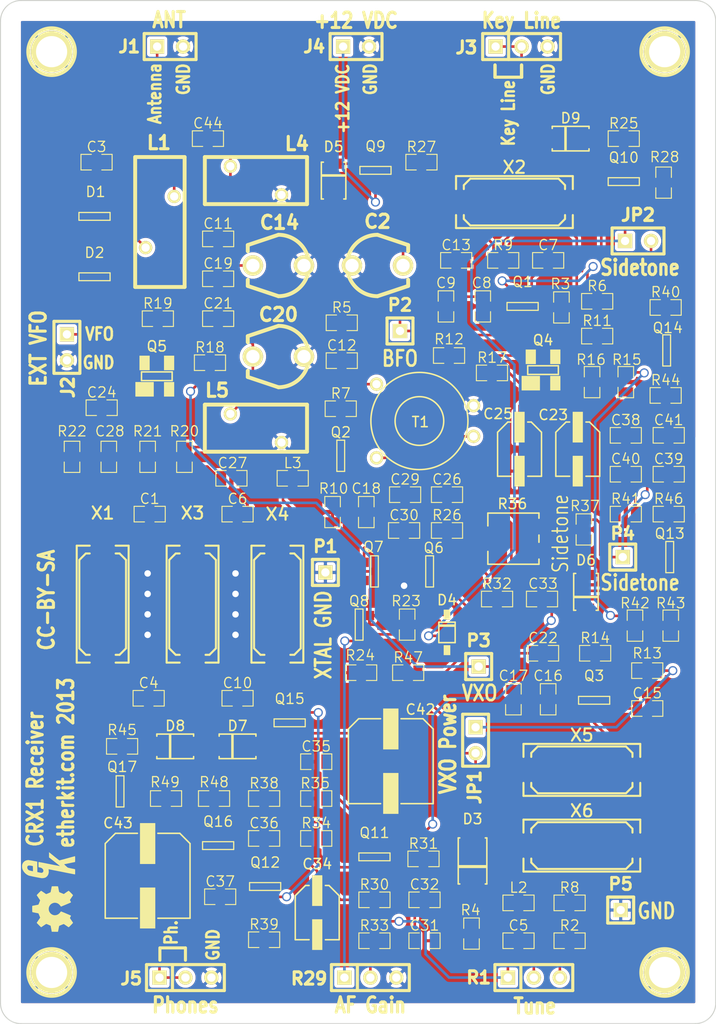
<source format=kicad_pcb>
(kicad_pcb (version 3) (host pcbnew "(2013-mar-13)-testing")
  (title_block (title CRX1) (rev A) (company Etherkit) (comment 2 "Creative Commons License CC-BY-SA"))
  (layers (15 F.Cu signal) (0 B.Cu signal) (18 B.Paste user) (19 F.Paste user) (20 B.SilkS user) (21 F.SilkS user) (22 B.Mask user) (23 F.Mask user) (28 Edge.Cuts user))
  (net 0 "")
  (net 1 +12V)
  (net 2 GND)
  (net 3 IF)
  (net 4 Key)
  (net 5 N-000001)
  (net 6 N-0000010)
  (net 7 N-0000011)
  (net 8 N-0000012)
  (net 9 N-0000013)
  (net 10 N-0000014)
  (net 11 N-0000015)
  (net 12 N-0000016)
  (net 13 N-0000017)
  (net 14 N-0000018)
  (net 15 N-0000019)
  (net 16 N-000002)
  (net 17 N-0000020)
  (net 18 N-0000021)
  (net 19 N-0000022)
  (net 20 N-0000023)
  (net 21 N-0000025)
  (net 22 N-0000026)
  (net 23 N-0000027)
  (net 24 N-0000028)
  (net 25 N-0000029)
  (net 26 N-0000030)
  (net 27 N-0000031)
  (net 28 N-0000032)
  (net 29 N-0000033)
  (net 30 N-0000034)
  (net 31 N-0000035)
  (net 32 N-0000036)
  (net 33 N-0000037)
  (net 34 N-0000038)
  (net 35 N-0000040)
  (net 36 N-0000041)
  (net 37 N-0000042)
  (net 38 N-0000043)
  (net 39 N-0000044)
  (net 40 N-0000045)
  (net 41 N-0000046)
  (net 42 N-0000047)
  (net 43 N-0000048)
  (net 44 N-0000049)
  (net 45 N-0000050)
  (net 46 N-0000051)
  (net 47 N-0000052)
  (net 48 N-0000053)
  (net 49 N-0000054)
  (net 50 N-0000055)
  (net 51 N-0000056)
  (net 52 N-0000057)
  (net 53 N-0000058)
  (net 54 N-0000059)
  (net 55 N-000006)
  (net 56 N-0000060)
  (net 57 N-0000061)
  (net 58 N-0000062)
  (net 59 N-0000063)
  (net 60 N-0000064)
  (net 61 N-0000065)
  (net 62 N-0000066)
  (net 63 N-0000067)
  (net 64 N-0000068)
  (net 65 N-0000069)
  (net 66 N-000007)
  (net 67 N-0000070)
  (net 68 N-0000071)
  (net 69 N-0000072)
  (net 70 N-0000073)
  (net 71 N-000008)
  (net 72 N-000009)
  (net 73 VXO)
  (module TRIMCAP-MURATA (layer F.Cu) (at 136.9 75.9)
    (fp_text reference C2 (at 0 -4.30022) (layer F.SilkS) (effects (font (size 1.30048 1.30048) (thickness 0.3048))))
    (fp_text value 45 hide)
    (pad 2 thru_hole circle (at -2.49936 0) (size 1.99898 1.99898) (drill 1.30048) (layers *.Cu *.Mask F.SilkS) (net 2 GND))
    (pad 1 thru_hole circle (at 2.49936 0) (size 1.99898 1.99898) (drill 1.30048) (layers *.Cu *.Mask F.SilkS) (net 13 N-0000017))
  )
  (module TRIMCAP-MURATA (layer F.Cu) (at 127.2 75.9 180)
    (fp_text reference C14 (at -0.1 4.2 180) (layer F.SilkS) (effects (font (size 1.30048 1.30048) (thickness 0.3048))))
    (fp_text value 45 hide)
    (pad 2 thru_hole circle (at -2.49936 0 180) (size 1.99898 1.99898) (drill 1.30048) (layers *.Cu *.Mask F.SilkS) (net 2 GND))
    (pad 1 thru_hole circle (at 2.49936 0 180) (size 1.99898 1.99898) (drill 1.30048) (layers *.Cu *.Mask F.SilkS) (net 6 N-0000010))
  )
  (module TRIMCAP-MURATA (layer F.Cu) (at 127.2 84.8 180)
    (fp_text reference C20 (at 0 4.1 180) (layer F.SilkS) (effects (font (size 1.30048 1.30048) (thickness 0.3048))))
    (fp_text value 45 hide)
    (pad 2 thru_hole circle (at -2.49936 0 180) (size 1.99898 1.99898) (drill 1.30048) (layers *.Cu *.Mask F.SilkS) (net 2 GND))
    (pad 1 thru_hole circle (at 2.49936 0 180) (size 1.99898 1.99898) (drill 1.30048) (layers *.Cu *.Mask F.SilkS) (net 16 N-000002))
  )
  (module DO-214AC (layer F.Cu) (at 146.2 134.1)
    (fp_text reference D3 (at 0 -4.1) (layer F.SilkS))
    (fp_text value GS1M hide)
    (pad 1 smd rect (at 0 -2.05) (size 2.2 1.8) (layers F.Cu F.Paste F.Mask) (net 2 GND))
    (pad 2 smd rect (at 0 2.05) (size 2.2 1.8) (layers F.Cu F.Paste F.Mask) (net 33 N-0000037))
  )
  (module SOD123 (layer F.Cu) (at 143.7 113.5)
    (fp_text reference D4 (at 0 -4.9) (layer F.SilkS))
    (fp_text value BAT46W hide)
    (pad 1 smd rect (at 0 0) (size 0.65 0.97) (layers F.Cu F.SilkS F.Mask) (net 4 Key))
    (pad 2 smd rect (at 0 -3.48) (size 0.65 0.97) (layers F.Cu F.SilkS F.Mask) (net 70 N-0000073))
  )
  (module SOD80 (layer F.Cu) (at 132.6 67.6 180)
    (fp_text reference D5 (at 0 3.3 180) (layer F.SilkS))
    (fp_text value BZV55-B15 hide)
    (pad 1 smd rect (at 0 -1.65 180) (size 1.6 1) (layers F.Cu F.Paste F.Mask) (net 29 N-0000033))
    (pad 2 smd rect (at 0 1.65 180) (size 1.6 1) (layers F.Cu F.Paste F.Mask) (net 1 +12V))
  )
  (module SOD80 (layer F.Cu) (at 157.3 107.8)
    (fp_text reference D6 (at 0 -3.1) (layer F.SilkS))
    (fp_text value BZV55-B3V3 hide)
    (pad 1 smd rect (at 0 -1.65) (size 1.6 1) (layers F.Cu F.Paste F.Mask) (net 2 GND))
    (pad 2 smd rect (at 0 1.65) (size 1.6 1) (layers F.Cu F.Paste F.Mask) (net 40 N-0000045))
  )
  (module SIL-3 (layer F.Cu) (at 151 54.5)
    (fp_text reference J3 (at -5.4 0.1) (layer F.SilkS) (effects (font (size 1.2 1.2) (thickness 0.3))))
    (fp_text value "Key Line" (at 0 -2.54) (layer F.SilkS) (effects (font (size 1.5 1.2) (thickness 0.3))))
    (pad 1 thru_hole rect (at -2.54 0) (size 1.397 1.397) (drill 0.8128) (layers *.Cu *.Mask F.SilkS) (net 20 N-0000023))
    (pad 2 thru_hole circle (at 0 0) (size 1.397 1.397) (drill 0.8128) (layers *.Cu *.Mask F.SilkS) (net 20 N-0000023))
    (pad 3 thru_hole circle (at 2.54 0) (size 1.397 1.397) (drill 0.8128) (layers *.Cu *.Mask F.SilkS) (net 2 GND))
  )
  (module SIL-3 (layer F.Cu) (at 118.1 145.5)
    (fp_text reference J5 (at -5.3 0.1) (layer F.SilkS) (effects (font (size 1.2 1.2) (thickness 0.3))))
    (fp_text value Phones (at 0 2.7) (layer F.SilkS) (effects (font (size 1.5 1.2) (thickness 0.3))))
    (pad 1 thru_hole rect (at -2.54 0) (size 1.397 1.397) (drill 0.8128) (layers *.Cu *.Mask F.SilkS) (net 24 N-0000028))
    (pad 2 thru_hole circle (at 0 0) (size 1.397 1.397) (drill 0.8128) (layers *.Cu *.Mask F.SilkS) (net 24 N-0000028))
    (pad 3 thru_hole circle (at 2.54 0) (size 1.397 1.397) (drill 0.8128) (layers *.Cu *.Mask F.SilkS) (net 2 GND))
  )
  (module SIL-1 (layer F.Cu) (at 131.8 105.9)
    (fp_text reference P1 (at 0 -2.54) (layer F.SilkS) (effects (font (size 1.2 1.2) (thickness 0.27178))))
    (fp_text value "XTAL GND" (at -0.2 6.1 90) (layer F.SilkS) (effects (font (size 1.5 1.2) (thickness 0.254))))
    (pad 1 thru_hole rect (at 0 0) (size 1.397 1.397) (drill 0.8128) (layers *.Cu *.Mask F.SilkS) (net 2 GND))
  )
  (module SIL-1 (layer F.Cu) (at 139.1 82.3)
    (fp_text reference P2 (at 0 -2.54) (layer F.SilkS) (effects (font (size 1.2 1.2) (thickness 0.27178))))
    (fp_text value BFO (at 0 2.7) (layer F.SilkS) (effects (font (size 1.5 1.2) (thickness 0.254))))
    (pad 1 thru_hole rect (at 0 0) (size 1.397 1.397) (drill 0.8128) (layers *.Cu *.Mask F.SilkS) (net 64 N-0000068))
  )
  (module SIL-1 (layer F.Cu) (at 146.8 115.1)
    (fp_text reference P3 (at 0 -2.54) (layer F.SilkS) (effects (font (size 1.2 1.2) (thickness 0.27178))))
    (fp_text value VXO (at 0.1 2.6) (layer F.SilkS) (effects (font (size 1.5 1.2) (thickness 0.254))))
    (pad 1 thru_hole rect (at 0 0) (size 1.397 1.397) (drill 0.8128) (layers *.Cu *.Mask F.SilkS) (net 73 VXO))
  )
  (module SIL-1 (layer F.Cu) (at 160.9 104.4)
    (fp_text reference P4 (at 0 -2.3) (layer F.SilkS) (effects (font (size 1.2 1.2) (thickness 0.27178))))
    (fp_text value Sidetone (at 1.7 2.5) (layer F.SilkS) (effects (font (size 1.5 1.2) (thickness 0.254))))
    (pad 1 thru_hole rect (at 0 0) (size 1.397 1.397) (drill 0.8128) (layers *.Cu *.Mask F.SilkS) (net 45 N-0000050))
  )
  (module SIL-1 (layer F.Cu) (at 160.7 138.9)
    (fp_text reference P5 (at 0 -2.54) (layer F.SilkS) (effects (font (size 1.2 1.2) (thickness 0.27178))))
    (fp_text value GND (at 3.5 0.1) (layer F.SilkS) (effects (font (size 1.5 1.2) (thickness 0.254))))
    (pad 1 thru_hole rect (at 0 0) (size 1.397 1.397) (drill 0.8128) (layers *.Cu *.Mask F.SilkS) (net 2 GND))
  )
  (module SIL-3 (layer F.Cu) (at 152.2 145.5)
    (fp_text reference R1 (at -5.4 0) (layer F.SilkS) (effects (font (size 1.2 1.2) (thickness 0.3))))
    (fp_text value Tune (at 0.1 2.8) (layer F.SilkS) (effects (font (size 1.5 1.2) (thickness 0.3))))
    (pad 1 thru_hole rect (at -2.54 0) (size 1.397 1.397) (drill 0.8128) (layers *.Cu *.Mask F.SilkS) (net 1 +12V))
    (pad 2 thru_hole circle (at 0 0) (size 1.397 1.397) (drill 0.8128) (layers *.Cu *.Mask F.SilkS) (net 22 N-0000026))
    (pad 3 thru_hole circle (at 2.54 0) (size 1.397 1.397) (drill 0.8128) (layers *.Cu *.Mask F.SilkS) (net 23 N-0000027))
  )
  (module SIL-3 (layer F.Cu) (at 136.2 145.5)
    (fp_text reference R29 (at -6 0.1) (layer F.SilkS) (effects (font (size 1.2 1.2) (thickness 0.3))))
    (fp_text value "AF Gain" (at 0 2.7) (layer F.SilkS) (effects (font (size 1.5 1.2) (thickness 0.3))))
    (pad 1 thru_hole rect (at -2.54 0) (size 1.397 1.397) (drill 0.8128) (layers *.Cu *.Mask F.SilkS) (net 68 N-0000071))
    (pad 2 thru_hole circle (at 0 0) (size 1.397 1.397) (drill 0.8128) (layers *.Cu *.Mask F.SilkS) (net 39 N-0000044))
    (pad 3 thru_hole circle (at 2.54 0) (size 1.397 1.397) (drill 0.8128) (layers *.Cu *.Mask F.SilkS) (net 2 GND))
  )
  (module TS53YL-VISHAY (layer F.Cu) (at 150.2 102.6 90)
    (fp_text reference R36 (at 3.4 -0.1 180) (layer F.SilkS))
    (fp_text value Sidetone (at 0.5 4.6 90) (layer F.SilkS) (effects (font (size 1.5 1.2))))
    (pad 1 smd rect (at -1.15 2.75 90) (size 1.3 1.3) (layers F.Cu F.Paste F.Mask) (net 44 N-0000049))
    (pad 3 smd rect (at 1.15 2.75 90) (size 1.3 1.3) (layers F.Cu F.Paste F.Mask) (net 2 GND))
    (pad 2 smd rect (at 0 -2.75 90) (size 2 1.3) (layers F.Cu F.Paste F.Mask) (net 46 N-0000051))
  )
  (module T37-STEPDOWN (layer F.Cu) (at 141 91.1 90)
    (fp_text reference T1 (at -0.1 0.1 180) (layer F.SilkS))
    (fp_text value "FT37-43 6T:20T" hide)
    (pad 1 thru_hole circle (at -1.5 5.3 90) (size 1.30048 1.30048) (drill 0.8128) (layers *.Cu *.Mask F.SilkS) (net 63 N-0000067))
    (pad 2 thru_hole circle (at 1.5 5.3 90) (size 1.30048 1.30048) (drill 0.8128) (layers *.Cu *.Mask F.SilkS) (net 2 GND))
    (pad 3 thru_hole circle (at -3.6 -4.2 90) (size 1.30048 1.30048) (drill 0.8128) (layers *.Cu *.Mask F.SilkS) (net 9 N-0000013))
    (pad 4 thru_hole circle (at 3.6 -4.2 90) (size 1.30048 1.30048) (drill 0.8128) (layers *.Cu *.Mask F.SilkS) (net 8 N-0000012))
  )
  (module SIL-2 (layer F.Cu) (at 162.4 73.5)
    (fp_text reference JP2 (at 0 -2.54) (layer F.SilkS) (effects (font (size 1.2 1.2) (thickness 0.3))))
    (fp_text value Sidetone (at 0.2 2.6) (layer F.SilkS) (effects (font (size 1.5 1.2) (thickness 0.3))))
    (pad 1 thru_hole rect (at -1.27 0) (size 1.397 1.397) (drill 0.8128) (layers *.Cu *.Mask F.SilkS) (net 4 Key))
    (pad 2 thru_hole circle (at 1.27 0) (size 1.397 1.397) (drill 0.8128) (layers *.Cu *.Mask F.SilkS) (net 25 N-0000029))
  )
  (module SIL-2 (layer F.Cu) (at 146.5 122.3 270)
    (fp_text reference JP1 (at 4.6 0.1 270) (layer F.SilkS) (effects (font (size 1.2 1.2) (thickness 0.3))))
    (fp_text value "VXO Power" (at 0.4 2.7 450) (layer F.SilkS) (effects (font (size 1.5 1.2) (thickness 0.3))))
    (pad 1 thru_hole rect (at -1.27 0 270) (size 1.397 1.397) (drill 0.8128) (layers *.Cu *.Mask F.SilkS) (net 21 N-0000025))
    (pad 2 thru_hole circle (at 1.27 0 270) (size 1.397 1.397) (drill 0.8128) (layers *.Cu *.Mask F.SilkS) (net 1 +12V))
  )
  (module SIL-2 (layer F.Cu) (at 134.8 54.5)
    (fp_text reference J4 (at -4.1 0) (layer F.SilkS) (effects (font (size 1.2 1.2) (thickness 0.3))))
    (fp_text value "+12 VDC" (at 0 -2.54) (layer F.SilkS) (effects (font (size 1.5 1.2) (thickness 0.3))))
    (pad 1 thru_hole rect (at -1.27 0) (size 1.397 1.397) (drill 0.8128) (layers *.Cu *.Mask F.SilkS) (net 28 N-0000032))
    (pad 2 thru_hole circle (at 1.27 0) (size 1.397 1.397) (drill 0.8128) (layers *.Cu *.Mask F.SilkS) (net 2 GND))
  )
  (module SIL-2 (layer F.Cu) (at 106.5 83.9 270)
    (fp_text reference J2 (at 3.9 -0.1 270) (layer F.SilkS) (effects (font (size 1.2 1.2) (thickness 0.3))))
    (fp_text value "EXT VFO" (at 0.1 2.8 270) (layer F.SilkS) (effects (font (size 1.5 1.2) (thickness 0.3))))
    (pad 1 thru_hole rect (at -1.27 0 270) (size 1.397 1.397) (drill 0.8128) (layers *.Cu *.Mask F.SilkS) (net 34 N-0000038))
    (pad 2 thru_hole circle (at 1.27 0 270) (size 1.397 1.397) (drill 0.8128) (layers *.Cu *.Mask F.SilkS) (net 2 GND))
  )
  (module SIL-2 (layer F.Cu) (at 116.6 54.5)
    (fp_text reference J1 (at -4 0) (layer F.SilkS) (effects (font (size 1.2 1.2) (thickness 0.3))))
    (fp_text value ANT (at -0.1 -2.6) (layer F.SilkS) (effects (font (size 1.5 1.2) (thickness 0.3))))
    (pad 1 thru_hole rect (at -1.27 0) (size 1.397 1.397) (drill 0.8128) (layers *.Cu *.Mask F.SilkS) (net 55 N-000006))
    (pad 2 thru_hole circle (at 1.27 0) (size 1.397 1.397) (drill 0.8128) (layers *.Cu *.Mask F.SilkS) (net 2 GND))
  )
  (module CAP-ELEC-8MM (layer F.Cu) (at 114.4 140.7)
    (fp_text reference C43 (at -2.9 -10.3) (layer F.SilkS))
    (fp_text value 100u hide)
    (pad 2 smd rect (at 0 -2) (size 1.5 4) (layers F.Cu F.SilkS F.Mask) (net 24 N-0000028))
    (pad 1 smd rect (at 0 -8.3) (size 1.5 4) (layers F.Cu F.SilkS F.Mask) (net 52 N-0000057))
  )
  (module CAP-ELEC-8MM (layer F.Cu) (at 138.2 129.5)
    (fp_text reference C42 (at 2.9 -10.2) (layer F.SilkS))
    (fp_text value 100u hide)
    (pad 2 smd rect (at 0 -2) (size 1.5 4) (layers F.Cu F.SilkS F.Mask) (net 2 GND))
    (pad 1 smd rect (at 0 -8.3) (size 1.5 4) (layers F.Cu F.SilkS F.Mask) (net 58 N-0000062))
  )
  (module CAP-ELEC-5MM (layer F.Cu) (at 131 142.8)
    (fp_text reference C34 (at 0 -8.4) (layer F.SilkS))
    (fp_text value 10u hide)
    (pad 2 smd rect (at 0 -1.5) (size 1 3) (layers F.Cu F.SilkS F.Mask) (net 2 GND))
    (pad 1 smd rect (at 0 -5.8) (size 1 3) (layers F.Cu F.SilkS F.Mask) (net 43 N-0000048))
  )
  (module CAP-ELEC-5MM (layer F.Cu) (at 150.8 97.5)
    (fp_text reference C25 (at -2.1 -7.1) (layer F.SilkS))
    (fp_text value 10u hide)
    (pad 2 smd rect (at 0 -1.5) (size 1 3) (layers F.Cu F.SilkS F.Mask) (net 2 GND))
    (pad 1 smd rect (at 0 -5.8) (size 1 3) (layers F.Cu F.SilkS F.Mask) (net 60 N-0000064))
  )
  (module CAP-ELEC-5MM (layer F.Cu) (at 156.5 97.5)
    (fp_text reference C23 (at -2.4 -7) (layer F.SilkS))
    (fp_text value 10u hide)
    (pad 2 smd rect (at 0 -1.5) (size 1 3) (layers F.Cu F.SilkS F.Mask) (net 2 GND))
    (pad 1 smd rect (at 0 -5.8) (size 1 3) (layers F.Cu F.SilkS F.Mask) (net 62 N-0000066))
  )
  (module SOT143B (layer F.Cu) (at 115.3 88)
    (fp_text reference Q5 (at 0 -4.2 180) (layer F.SilkS))
    (fp_text value BF998 hide)
    (pad 1 smd rect (at -1.2 0) (size 1.8 1.425) (layers F.Cu F.SilkS F.Mask) (net 5 N-000001))
    (pad 2 smd rect (at 1.2 0) (size 1 1.425) (layers F.Cu F.SilkS F.Mask) (net 3 IF))
    (pad 3 smd rect (at 1.2 -2.575) (size 1 1.425) (layers F.Cu F.SilkS F.Mask) (net 73 VXO))
    (pad 4 smd rect (at -1.2 -2.575) (size 1 1.425) (layers F.Cu F.SilkS F.Mask) (net 16 N-000002))
  )
  (module SOT143B (layer F.Cu) (at 153.1 87.4)
    (fp_text reference Q4 (at 0 -4.2) (layer F.SilkS))
    (fp_text value BF998 hide)
    (pad 1 smd rect (at -1.2 0) (size 1.8 1.425) (layers F.Cu F.SilkS F.Mask) (net 60 N-0000064))
    (pad 2 smd rect (at 1.2 0) (size 1 1.425) (layers F.Cu F.SilkS F.Mask) (net 67 N-0000070))
    (pad 3 smd rect (at 1.2 -2.575) (size 1 1.425) (layers F.Cu F.SilkS F.Mask) (net 64 N-0000068))
    (pad 4 smd rect (at -1.2 -2.575) (size 1 1.425) (layers F.Cu F.SilkS F.Mask) (net 63 N-0000067))
  )
  (module 1pin (layer F.Cu) (at 105 55)
    (fp_text reference 1PIN hide)
    (fp_text value P*** hide)
    (pad 1 thru_hole circle (at 0 0) (size 4.064 4.064) (drill 3.048) (layers *.Cu *.Mask F.SilkS) (net 2 GND))
  )
  (module 1pin (layer F.Cu) (at 165 55)
    (fp_text reference 1PIN hide)
    (fp_text value P*** hide)
    (pad 1 thru_hole circle (at 0 0) (size 4.064 4.064) (drill 3.048) (layers *.Cu *.Mask F.SilkS) (net 2 GND))
  )
  (module 1pin (layer F.Cu) (at 105 145)
    (fp_text reference 1PIN hide)
    (fp_text value P*** hide)
    (pad 1 thru_hole circle (at 0 0) (size 4.064 4.064) (drill 3.048) (layers *.Cu *.Mask F.SilkS) (net 2 GND))
  )
  (module 1pin (layer F.Cu) (at 165 145)
    (fp_text reference 1PIN hide)
    (fp_text value P*** hide)
    (pad 1 thru_hole circle (at 0 0) (size 4.064 4.064) (drill 3.048) (layers *.Cu *.Mask F.SilkS) (net 2 GND))
  )
  (module SOD80 (layer F.Cu) (at 117.1 122.9 270)
    (fp_text reference D8 (at -2 0 360) (layer F.SilkS))
    (fp_text value LL4148 hide)
    (pad 1 smd rect (at 0 -1.65 270) (size 1.6 1) (layers F.Cu F.Paste F.Mask) (net 59 N-0000063))
    (pad 2 smd rect (at 0 1.65 270) (size 1.6 1) (layers F.Cu F.Paste F.Mask) (net 54 N-0000059))
  )
  (module SOD80 (layer F.Cu) (at 123.2 122.9 270)
    (fp_text reference D7 (at -2 0 360) (layer F.SilkS))
    (fp_text value LL4148 hide)
    (pad 1 smd rect (at 0 -1.65 270) (size 1.6 1) (layers F.Cu F.Paste F.Mask) (net 57 N-0000061))
    (pad 2 smd rect (at 0 1.65 270) (size 1.6 1) (layers F.Cu F.Paste F.Mask) (net 59 N-0000063))
  )
  (module SM0805-LARGE (layer F.Cu) (at 114.6 100.2)
    (fp_text reference C1 (at 0 -1.5) (layer F.SilkS) (effects (font (thickness 0.12))))
    (fp_text value 39 hide)
    (pad 1 smd rect (at -0.9525 0) (size 0.889 1.397) (layers F.Cu F.Paste F.Mask) (net 3 IF))
    (pad 2 smd rect (at 0.9525 0) (size 0.889 1.397) (layers F.Cu F.Paste F.Mask) (net 2 GND))
  )
  (module SM0805-LARGE (layer F.Cu) (at 109.4 65.8)
    (fp_text reference C3 (at 0 -1.5) (layer F.SilkS) (effects (font (thickness 0.12))))
    (fp_text value 47 hide)
    (pad 1 smd rect (at -0.9525 0) (size 0.889 1.397) (layers F.Cu F.Paste F.Mask) (net 55 N-000006))
    (pad 2 smd rect (at 0.9525 0) (size 0.889 1.397) (layers F.Cu F.Paste F.Mask) (net 71 N-000008))
  )
  (module SM0805-LARGE (layer F.Cu) (at 114.5 118.2)
    (fp_text reference C4 (at 0 -1.5) (layer F.SilkS) (effects (font (thickness 0.12))))
    (fp_text value 68 hide)
    (pad 1 smd rect (at -0.9525 0) (size 0.889 1.397) (layers F.Cu F.Paste F.Mask) (net 14 N-0000018))
    (pad 2 smd rect (at 0.9525 0) (size 0.889 1.397) (layers F.Cu F.Paste F.Mask) (net 2 GND))
  )
  (module SM0805-LARGE (layer F.Cu) (at 150.7 141.9)
    (fp_text reference C5 (at 0 -1.5) (layer F.SilkS) (effects (font (thickness 0.12))))
    (fp_text value 100n hide)
    (pad 1 smd rect (at -0.9525 0) (size 0.889 1.397) (layers F.Cu F.Paste F.Mask) (net 22 N-0000026))
    (pad 2 smd rect (at 0.9525 0) (size 0.889 1.397) (layers F.Cu F.Paste F.Mask) (net 2 GND))
  )
  (module SM0805-LARGE (layer F.Cu) (at 123.2 100.2)
    (fp_text reference C6 (at 0 -1.5) (layer F.SilkS) (effects (font (thickness 0.12))))
    (fp_text value 68 hide)
    (pad 1 smd rect (at -0.9525 0) (size 0.889 1.397) (layers F.Cu F.Paste F.Mask) (net 18 N-0000021))
    (pad 2 smd rect (at 0.9525 0) (size 0.889 1.397) (layers F.Cu F.Paste F.Mask) (net 2 GND))
  )
  (module SM0805-LARGE (layer F.Cu) (at 153.6 75.4)
    (fp_text reference C7 (at 0 -1.5) (layer F.SilkS) (effects (font (thickness 0.12))))
    (fp_text value 100n hide)
    (pad 1 smd rect (at -0.9525 0) (size 0.889 1.397) (layers F.Cu F.Paste F.Mask) (net 11 N-0000015))
    (pad 2 smd rect (at 0.9525 0) (size 0.889 1.397) (layers F.Cu F.Paste F.Mask) (net 2 GND))
  )
  (module SM0805-LARGE (layer F.Cu) (at 147.2 79.9 90)
    (fp_text reference C8 (at 2.3 -0.1 180) (layer F.SilkS) (effects (font (thickness 0.12))))
    (fp_text value 33 hide)
    (pad 1 smd rect (at -0.9525 0 90) (size 0.889 1.397) (layers F.Cu F.Paste F.Mask) (net 12 N-0000016))
    (pad 2 smd rect (at 0.9525 0 90) (size 0.889 1.397) (layers F.Cu F.Paste F.Mask) (net 65 N-0000069))
  )
  (module SM0805-LARGE (layer F.Cu) (at 143.6 79.9 270)
    (fp_text reference C9 (at -2.3 0 360) (layer F.SilkS) (effects (font (thickness 0.12))))
    (fp_text value 33 hide)
    (pad 1 smd rect (at -0.9525 0 270) (size 0.889 1.397) (layers F.Cu F.Paste F.Mask) (net 65 N-0000069))
    (pad 2 smd rect (at 0.9525 0 270) (size 0.889 1.397) (layers F.Cu F.Paste F.Mask) (net 2 GND))
  )
  (module SM0805-LARGE (layer F.Cu) (at 123.2 118.2)
    (fp_text reference C10 (at 0 -1.5) (layer F.SilkS) (effects (font (thickness 0.12))))
    (fp_text value 220 hide)
    (pad 1 smd rect (at -0.9525 0) (size 0.889 1.397) (layers F.Cu F.Paste F.Mask) (net 17 N-0000020))
    (pad 2 smd rect (at 0.9525 0) (size 0.889 1.397) (layers F.Cu F.Paste F.Mask) (net 2 GND))
  )
  (module SM0805-LARGE (layer F.Cu) (at 121.3 73.3)
    (fp_text reference C11 (at 0 -1.5) (layer F.SilkS) (effects (font (thickness 0.12))))
    (fp_text value 100 hide)
    (pad 1 smd rect (at -0.9525 0) (size 0.889 1.397) (layers F.Cu F.Paste F.Mask) (net 6 N-0000010))
    (pad 2 smd rect (at 0.9525 0) (size 0.889 1.397) (layers F.Cu F.Paste F.Mask) (net 2 GND))
  )
  (module SM0805-LARGE (layer F.Cu) (at 133.4 85.2 180)
    (fp_text reference C12 (at 0 1.5 180) (layer F.SilkS) (effects (font (thickness 0.12))))
    (fp_text value 100n hide)
    (pad 1 smd rect (at -0.9525 0 180) (size 0.889 1.397) (layers F.Cu F.Paste F.Mask) (net 9 N-0000013))
    (pad 2 smd rect (at 0.9525 0 180) (size 0.889 1.397) (layers F.Cu F.Paste F.Mask) (net 2 GND))
  )
  (module SM0805-LARGE (layer F.Cu) (at 144.6 75.4)
    (fp_text reference C13 (at 0 -1.5) (layer F.SilkS) (effects (font (thickness 0.12))))
    (fp_text value 22 hide)
    (pad 1 smd rect (at -0.9525 0) (size 0.889 1.397) (layers F.Cu F.Paste F.Mask) (net 65 N-0000069))
    (pad 2 smd rect (at 0.9525 0) (size 0.889 1.397) (layers F.Cu F.Paste F.Mask) (net 64 N-0000068))
  )
  (module SM0805-LARGE (layer F.Cu) (at 163.3 119.2)
    (fp_text reference C15 (at 0 -1.5) (layer F.SilkS) (effects (font (thickness 0.12))))
    (fp_text value 100n hide)
    (pad 1 smd rect (at -0.9525 0) (size 0.889 1.397) (layers F.Cu F.Paste F.Mask) (net 31 N-0000035))
    (pad 2 smd rect (at 0.9525 0) (size 0.889 1.397) (layers F.Cu F.Paste F.Mask) (net 2 GND))
  )
  (module SM0805-LARGE (layer F.Cu) (at 153.6 118.3 90)
    (fp_text reference C16 (at 2.3 0 180) (layer F.SilkS) (effects (font (thickness 0.12))))
    (fp_text value 68 hide)
    (pad 1 smd rect (at -0.9525 0 90) (size 0.889 1.397) (layers F.Cu F.Paste F.Mask) (net 30 N-0000034))
    (pad 2 smd rect (at 0.9525 0 90) (size 0.889 1.397) (layers F.Cu F.Paste F.Mask) (net 35 N-0000040))
  )
  (module SM0805-LARGE (layer F.Cu) (at 150.2 118.3 270)
    (fp_text reference C17 (at -2.3 0 360) (layer F.SilkS) (effects (font (thickness 0.12))))
    (fp_text value 68 hide)
    (pad 1 smd rect (at -0.9525 0 270) (size 0.889 1.397) (layers F.Cu F.Paste F.Mask) (net 35 N-0000040))
    (pad 2 smd rect (at 0.9525 0 270) (size 0.889 1.397) (layers F.Cu F.Paste F.Mask) (net 2 GND))
  )
  (module SM0805-LARGE (layer F.Cu) (at 135.8 100 270)
    (fp_text reference C18 (at -2.3 0 360) (layer F.SilkS) (effects (font (thickness 0.12))))
    (fp_text value 100n hide)
    (pad 1 smd rect (at -0.9525 0 270) (size 0.889 1.397) (layers F.Cu F.Paste F.Mask) (net 10 N-0000014))
    (pad 2 smd rect (at 0.9525 0 270) (size 0.889 1.397) (layers F.Cu F.Paste F.Mask) (net 2 GND))
  )
  (module SM0805-LARGE (layer F.Cu) (at 121.3 77.2)
    (fp_text reference C19 (at 0 -1.5) (layer F.SilkS) (effects (font (thickness 0.12))))
    (fp_text value 4.7 hide)
    (pad 1 smd rect (at -0.9525 0) (size 0.889 1.397) (layers F.Cu F.Paste F.Mask) (net 6 N-0000010))
    (pad 2 smd rect (at 0.9525 0) (size 0.889 1.397) (layers F.Cu F.Paste F.Mask) (net 16 N-000002))
  )
  (module SM0805-LARGE (layer F.Cu) (at 121.3 81.1)
    (fp_text reference C21 (at 0 -1.5) (layer F.SilkS) (effects (font (thickness 0.12))))
    (fp_text value 150 hide)
    (pad 1 smd rect (at -0.9525 0) (size 0.889 1.397) (layers F.Cu F.Paste F.Mask) (net 16 N-000002))
    (pad 2 smd rect (at 0.9525 0) (size 0.889 1.397) (layers F.Cu F.Paste F.Mask) (net 2 GND))
  )
  (module SM0805-LARGE (layer F.Cu) (at 153.1 113.8 180)
    (fp_text reference C22 (at 0 1.5 180) (layer F.SilkS) (effects (font (thickness 0.12))))
    (fp_text value 100n hide)
    (pad 1 smd rect (at -0.9525 0 180) (size 0.889 1.397) (layers F.Cu F.Paste F.Mask) (net 35 N-0000040))
    (pad 2 smd rect (at 0.9525 0 180) (size 0.889 1.397) (layers F.Cu F.Paste F.Mask) (net 73 VXO))
  )
  (module SM0805-LARGE (layer F.Cu) (at 109.9 89.8)
    (fp_text reference C24 (at 0 -1.5) (layer F.SilkS) (effects (font (thickness 0.12))))
    (fp_text value 100n hide)
    (pad 1 smd rect (at -0.9525 0) (size 0.889 1.397) (layers F.Cu F.Paste F.Mask) (net 34 N-0000038))
    (pad 2 smd rect (at 0.9525 0) (size 0.889 1.397) (layers F.Cu F.Paste F.Mask) (net 73 VXO))
  )
  (module SM0805-LARGE (layer F.Cu) (at 143.7 98.3)
    (fp_text reference C26 (at 0 -1.5) (layer F.SilkS) (effects (font (thickness 0.12))))
    (fp_text value 10n hide)
    (pad 1 smd rect (at -0.9525 0) (size 0.889 1.397) (layers F.Cu F.Paste F.Mask) (net 67 N-0000070))
    (pad 2 smd rect (at 0.9525 0) (size 0.889 1.397) (layers F.Cu F.Paste F.Mask) (net 2 GND))
  )
  (module SM0805-LARGE (layer F.Cu) (at 122.6 96.7)
    (fp_text reference C27 (at 0.1 -1.5) (layer F.SilkS) (effects (font (thickness 0.12))))
    (fp_text value 100n hide)
    (pad 1 smd rect (at -0.9525 0) (size 0.889 1.397) (layers F.Cu F.Paste F.Mask) (net 7 N-0000011))
    (pad 2 smd rect (at 0.9525 0) (size 0.889 1.397) (layers F.Cu F.Paste F.Mask) (net 2 GND))
  )
  (module SM0805-LARGE (layer F.Cu) (at 110.6 94.6 270)
    (fp_text reference C28 (at -2.5 -0.1 360) (layer F.SilkS) (effects (font (thickness 0.12))))
    (fp_text value 100n hide)
    (pad 1 smd rect (at -0.9525 0 270) (size 0.889 1.397) (layers F.Cu F.Paste F.Mask) (net 5 N-000001))
    (pad 2 smd rect (at 0.9525 0 270) (size 0.889 1.397) (layers F.Cu F.Paste F.Mask) (net 2 GND))
  )
  (module SM0805-LARGE (layer F.Cu) (at 139.6 98.3)
    (fp_text reference C29 (at 0 -1.5) (layer F.SilkS) (effects (font (thickness 0.12))))
    (fp_text value "1u MLCC" hide)
    (pad 1 smd rect (at -0.9525 0) (size 0.889 1.397) (layers F.Cu F.Paste F.Mask) (net 67 N-0000070))
    (pad 2 smd rect (at 0.9525 0) (size 0.889 1.397) (layers F.Cu F.Paste F.Mask) (net 61 N-0000065))
  )
  (module SM0805-LARGE (layer F.Cu) (at 139.5 101.8)
    (fp_text reference C30 (at 0 -1.5) (layer F.SilkS) (effects (font (thickness 0.12))))
    (fp_text value "4.7u MLCC" hide)
    (pad 1 smd rect (at -0.9525 0) (size 0.889 1.397) (layers F.Cu F.Paste F.Mask) (net 69 N-0000072))
    (pad 2 smd rect (at 0.9525 0) (size 0.889 1.397) (layers F.Cu F.Paste F.Mask) (net 2 GND))
  )
  (module SM0805-LARGE (layer F.Cu) (at 141.5 141.9)
    (fp_text reference C31 (at 0 -1.5) (layer F.SilkS) (effects (font (thickness 0.12))))
    (fp_text value 100n hide)
    (pad 1 smd rect (at -0.9525 0) (size 0.889 1.397) (layers F.Cu F.Paste F.Mask) (net 39 N-0000044))
    (pad 2 smd rect (at 0.9525 0) (size 0.889 1.397) (layers F.Cu F.Paste F.Mask) (net 2 GND))
  )
  (module SM0805-LARGE (layer F.Cu) (at 141.5 137.9)
    (fp_text reference C32 (at 0 -1.5) (layer F.SilkS) (effects (font (thickness 0.12))))
    (fp_text value "1u MLCC" hide)
    (pad 1 smd rect (at -0.9525 0) (size 0.889 1.397) (layers F.Cu F.Paste F.Mask) (net 39 N-0000044))
    (pad 2 smd rect (at 0.9525 0) (size 0.889 1.397) (layers F.Cu F.Paste F.Mask) (net 37 N-0000042))
  )
  (module SM0805-LARGE (layer F.Cu) (at 153 108.5 180)
    (fp_text reference C33 (at -0.1 1.5 180) (layer F.SilkS) (effects (font (thickness 0.12))))
    (fp_text value "1u MLCC" hide)
    (pad 1 smd rect (at -0.9525 0 180) (size 0.889 1.397) (layers F.Cu F.Paste F.Mask) (net 37 N-0000042))
    (pad 2 smd rect (at 0.9525 0 180) (size 0.889 1.397) (layers F.Cu F.Paste F.Mask) (net 38 N-0000043))
  )
  (module SM0805-LARGE (layer F.Cu) (at 130.9 124.4 180)
    (fp_text reference C35 (at 0 1.5 180) (layer F.SilkS) (effects (font (thickness 0.12))))
    (fp_text value "1u MLCC" hide)
    (pad 1 smd rect (at -0.9525 0 180) (size 0.889 1.397) (layers F.Cu F.Paste F.Mask) (net 41 N-0000046))
    (pad 2 smd rect (at 0.9525 0 180) (size 0.889 1.397) (layers F.Cu F.Paste F.Mask) (net 2 GND))
  )
  (module SM0805-LARGE (layer F.Cu) (at 125.8 131.9)
    (fp_text reference C36 (at 0 -1.5) (layer F.SilkS) (effects (font (thickness 0.12))))
    (fp_text value 10n hide)
    (pad 1 smd rect (at -0.9525 0) (size 0.889 1.397) (layers F.Cu F.Paste F.Mask) (net 42 N-0000047))
    (pad 2 smd rect (at 0.9525 0) (size 0.889 1.397) (layers F.Cu F.Paste F.Mask) (net 51 N-0000056))
  )
  (module SM0805-LARGE (layer F.Cu) (at 121.5 137.6)
    (fp_text reference C37 (at 0 -1.5) (layer F.SilkS) (effects (font (thickness 0.12))))
    (fp_text value "1u MLCC" hide)
    (pad 1 smd rect (at -0.9525 0) (size 0.889 1.397) (layers F.Cu F.Paste F.Mask) (net 36 N-0000041))
    (pad 2 smd rect (at 0.9525 0) (size 0.889 1.397) (layers F.Cu F.Paste F.Mask) (net 2 GND))
  )
  (module SM0805-LARGE (layer F.Cu) (at 161.2 92.5)
    (fp_text reference C38 (at 0 -1.5) (layer F.SilkS) (effects (font (thickness 0.12))))
    (fp_text value 100n hide)
    (pad 1 smd rect (at -0.9525 0) (size 0.889 1.397) (layers F.Cu F.Paste F.Mask) (net 49 N-0000054))
    (pad 2 smd rect (at 0.9525 0) (size 0.889 1.397) (layers F.Cu F.Paste F.Mask) (net 47 N-0000052))
  )
  (module SM0805-LARGE (layer F.Cu) (at 165.4 96.3)
    (fp_text reference C39 (at 0 -1.5) (layer F.SilkS) (effects (font (thickness 0.12))))
    (fp_text value 100n hide)
    (pad 1 smd rect (at -0.9525 0) (size 0.889 1.397) (layers F.Cu F.Paste F.Mask) (net 45 N-0000050))
    (pad 2 smd rect (at 0.9525 0) (size 0.889 1.397) (layers F.Cu F.Paste F.Mask) (net 2 GND))
  )
  (module SM0805-LARGE (layer F.Cu) (at 161.2 96.3 180)
    (fp_text reference C40 (at 0 1.5 180) (layer F.SilkS) (effects (font (thickness 0.12))))
    (fp_text value 100n hide)
    (pad 1 smd rect (at -0.9525 0 180) (size 0.889 1.397) (layers F.Cu F.Paste F.Mask) (net 45 N-0000050))
    (pad 2 smd rect (at 0.9525 0 180) (size 0.889 1.397) (layers F.Cu F.Paste F.Mask) (net 2 GND))
  )
  (module SM0805-LARGE (layer F.Cu) (at 165.4 92.5)
    (fp_text reference C41 (at 0 -1.5) (layer F.SilkS) (effects (font (thickness 0.12))))
    (fp_text value 100n hide)
    (pad 1 smd rect (at -0.9525 0) (size 0.889 1.397) (layers F.Cu F.Paste F.Mask) (net 47 N-0000052))
    (pad 2 smd rect (at 0.9525 0) (size 0.889 1.397) (layers F.Cu F.Paste F.Mask) (net 48 N-0000053))
  )
  (module SM0805-LARGE (layer F.Cu) (at 150.7 138.2 180)
    (fp_text reference L2 (at 0 1.5 180) (layer F.SilkS) (effects (font (thickness 0.12))))
    (fp_text value 1u hide)
    (pad 1 smd rect (at -0.9525 0 180) (size 0.889 1.397) (layers F.Cu F.Paste F.Mask) (net 32 N-0000036))
    (pad 2 smd rect (at 0.9525 0 180) (size 0.889 1.397) (layers F.Cu F.Paste F.Mask) (net 33 N-0000037))
  )
  (module SM0805-LARGE (layer F.Cu) (at 128.6 96.7)
    (fp_text reference L3 (at 0 -1.5) (layer F.SilkS) (effects (font (thickness 0.12))))
    (fp_text value 10u hide)
    (pad 1 smd rect (at -0.9525 0) (size 0.889 1.397) (layers F.Cu F.Paste F.Mask) (net 17 N-0000020))
    (pad 2 smd rect (at 0.9525 0) (size 0.889 1.397) (layers F.Cu F.Paste F.Mask) (net 15 N-0000019))
  )
  (module SM0805-LARGE (layer F.Cu) (at 155.7 141.9)
    (fp_text reference R2 (at 0 -1.5) (layer F.SilkS) (effects (font (thickness 0.12))))
    (fp_text value 3.3k hide)
    (pad 1 smd rect (at -0.9525 0) (size 0.889 1.397) (layers F.Cu F.Paste F.Mask) (net 23 N-0000027))
    (pad 2 smd rect (at 0.9525 0) (size 0.889 1.397) (layers F.Cu F.Paste F.Mask) (net 2 GND))
  )
  (module SM0805-LARGE (layer F.Cu) (at 154.9 80 90)
    (fp_text reference R3 (at 2.3 -0.1 180) (layer F.SilkS) (effects (font (thickness 0.12))))
    (fp_text value 100k hide)
    (pad 1 smd rect (at -0.9525 0 90) (size 0.889 1.397) (layers F.Cu F.Paste F.Mask) (net 12 N-0000016))
    (pad 2 smd rect (at 0.9525 0 90) (size 0.889 1.397) (layers F.Cu F.Paste F.Mask) (net 2 GND))
  )
  (module SM0805-LARGE (layer F.Cu) (at 146.1 141.2 90)
    (fp_text reference R4 (at 2.3 -0.1 180) (layer F.SilkS) (effects (font (thickness 0.12))))
    (fp_text value 100k hide)
    (pad 1 smd rect (at -0.9525 0 90) (size 0.889 1.397) (layers F.Cu F.Paste F.Mask) (net 22 N-0000026))
    (pad 2 smd rect (at 0.9525 0 90) (size 0.889 1.397) (layers F.Cu F.Paste F.Mask) (net 33 N-0000037))
  )
  (module SM0805-LARGE (layer F.Cu) (at 133.4 81.5)
    (fp_text reference R5 (at 0 -1.5) (layer F.SilkS) (effects (font (thickness 0.12))))
    (fp_text value 47 hide)
    (pad 1 smd rect (at -0.9525 0) (size 0.889 1.397) (layers F.Cu F.Paste F.Mask) (net 1 +12V))
    (pad 2 smd rect (at 0.9525 0) (size 0.889 1.397) (layers F.Cu F.Paste F.Mask) (net 9 N-0000013))
  )
  (module SM0805-LARGE (layer F.Cu) (at 158.4 79.4)
    (fp_text reference R6 (at 0 -1.5) (layer F.SilkS) (effects (font (thickness 0.12))))
    (fp_text value 2.2k hide)
    (pad 1 smd rect (at -0.9525 0) (size 0.889 1.397) (layers F.Cu F.Paste F.Mask) (net 65 N-0000069))
    (pad 2 smd rect (at 0.9525 0) (size 0.889 1.397) (layers F.Cu F.Paste F.Mask) (net 2 GND))
  )
  (module SM0805-LARGE (layer F.Cu) (at 133.3 89.9 180)
    (fp_text reference R7 (at 0 1.5 180) (layer F.SilkS) (effects (font (thickness 0.12))))
    (fp_text value 100k hide)
    (pad 1 smd rect (at -0.9525 0 180) (size 0.889 1.397) (layers F.Cu F.Paste F.Mask) (net 8 N-0000012))
    (pad 2 smd rect (at 0.9525 0 180) (size 0.889 1.397) (layers F.Cu F.Paste F.Mask) (net 15 N-0000019))
  )
  (module SM0805-LARGE (layer F.Cu) (at 155.7 138.2)
    (fp_text reference R8 (at 0 -1.5) (layer F.SilkS) (effects (font (thickness 0.12))))
    (fp_text value 100k hide)
    (pad 1 smd rect (at -0.9525 0) (size 0.889 1.397) (layers F.Cu F.Paste F.Mask) (net 30 N-0000034))
    (pad 2 smd rect (at 0.9525 0) (size 0.889 1.397) (layers F.Cu F.Paste F.Mask) (net 2 GND))
  )
  (module SM0805-LARGE (layer F.Cu) (at 149.2 75.4 180)
    (fp_text reference R9 (at 0 1.5 180) (layer F.SilkS) (effects (font (thickness 0.12))))
    (fp_text value 47 hide)
    (pad 1 smd rect (at -0.9525 0 180) (size 0.889 1.397) (layers F.Cu F.Paste F.Mask) (net 11 N-0000015))
    (pad 2 smd rect (at 0.9525 0 180) (size 0.889 1.397) (layers F.Cu F.Paste F.Mask) (net 1 +12V))
  )
  (module SM0805-LARGE (layer F.Cu) (at 132.5 100 270)
    (fp_text reference R10 (at -2.3 -0.1 360) (layer F.SilkS) (effects (font (thickness 0.12))))
    (fp_text value 1k hide)
    (pad 1 smd rect (at -0.9525 0 270) (size 0.889 1.397) (layers F.Cu F.Paste F.Mask) (net 10 N-0000014))
    (pad 2 smd rect (at 0.9525 0 270) (size 0.889 1.397) (layers F.Cu F.Paste F.Mask) (net 2 GND))
  )
  (module SM0805-LARGE (layer F.Cu) (at 158.4 82.8)
    (fp_text reference R11 (at 0 -1.5) (layer F.SilkS) (effects (font (thickness 0.12))))
    (fp_text value 2.2k hide)
    (pad 1 smd rect (at -0.9525 0) (size 0.889 1.397) (layers F.Cu F.Paste F.Mask) (net 64 N-0000068))
    (pad 2 smd rect (at 0.9525 0) (size 0.889 1.397) (layers F.Cu F.Paste F.Mask) (net 2 GND))
  )
  (module SM0805-LARGE (layer F.Cu) (at 143.9 84.7 180)
    (fp_text reference R12 (at 0 1.6 180) (layer F.SilkS) (effects (font (thickness 0.12))))
    (fp_text value 2.2k hide)
    (pad 1 smd rect (at -0.9525 0 180) (size 0.889 1.397) (layers F.Cu F.Paste F.Mask) (net 63 N-0000067))
    (pad 2 smd rect (at 0.9525 0 180) (size 0.889 1.397) (layers F.Cu F.Paste F.Mask) (net 2 GND))
  )
  (module SM0805-LARGE (layer F.Cu) (at 163.3 115.5 180)
    (fp_text reference R13 (at 0 1.7 180) (layer F.SilkS) (effects (font (thickness 0.12))))
    (fp_text value 47 hide)
    (pad 1 smd rect (at -0.9525 0 180) (size 0.889 1.397) (layers F.Cu F.Paste F.Mask) (net 21 N-0000025))
    (pad 2 smd rect (at 0.9525 0 180) (size 0.889 1.397) (layers F.Cu F.Paste F.Mask) (net 31 N-0000035))
  )
  (module SM0805-LARGE (layer F.Cu) (at 158.2 113.8)
    (fp_text reference R14 (at 0 -1.5) (layer F.SilkS) (effects (font (thickness 0.12))))
    (fp_text value 680 hide)
    (pad 1 smd rect (at -0.9525 0) (size 0.889 1.397) (layers F.Cu F.Paste F.Mask) (net 35 N-0000040))
    (pad 2 smd rect (at 0.9525 0) (size 0.889 1.397) (layers F.Cu F.Paste F.Mask) (net 2 GND))
  )
  (module SM0805-LARGE (layer F.Cu) (at 161.2 87.3 270)
    (fp_text reference R15 (at -2.2 -0.1 360) (layer F.SilkS) (effects (font (thickness 0.12))))
    (fp_text value 47 hide)
    (pad 1 smd rect (at -0.9525 0 270) (size 0.889 1.397) (layers F.Cu F.Paste F.Mask) (net 1 +12V))
    (pad 2 smd rect (at 0.9525 0 270) (size 0.889 1.397) (layers F.Cu F.Paste F.Mask) (net 62 N-0000066))
  )
  (module SM0805-LARGE (layer F.Cu) (at 157.9 87.3 90)
    (fp_text reference R16 (at 2.2 -0.1 180) (layer F.SilkS) (effects (font (thickness 0.12))))
    (fp_text value 1k hide)
    (pad 1 smd rect (at -0.9525 0 90) (size 0.889 1.397) (layers F.Cu F.Paste F.Mask) (net 62 N-0000066))
    (pad 2 smd rect (at 0.9525 0 90) (size 0.889 1.397) (layers F.Cu F.Paste F.Mask) (net 67 N-0000070))
  )
  (module SM0805-LARGE (layer F.Cu) (at 148.1 86.4 180)
    (fp_text reference R17 (at 0 1.5 360) (layer F.SilkS) (effects (font (thickness 0.12))))
    (fp_text value 470 hide)
    (pad 1 smd rect (at -0.9525 0 180) (size 0.889 1.397) (layers F.Cu F.Paste F.Mask) (net 60 N-0000064))
    (pad 2 smd rect (at 0.9525 0 180) (size 0.889 1.397) (layers F.Cu F.Paste F.Mask) (net 2 GND))
  )
  (module SM0805-LARGE (layer F.Cu) (at 120.5 85.4)
    (fp_text reference R18 (at 0 -1.5) (layer F.SilkS) (effects (font (thickness 0.12))))
    (fp_text value 100k hide)
    (pad 1 smd rect (at -0.9525 0) (size 0.889 1.397) (layers F.Cu F.Paste F.Mask) (net 73 VXO))
    (pad 2 smd rect (at 0.9525 0) (size 0.889 1.397) (layers F.Cu F.Paste F.Mask) (net 2 GND))
  )
  (module SM0805-LARGE (layer F.Cu) (at 115.4 81.1)
    (fp_text reference R19 (at 0 -1.5) (layer F.SilkS) (effects (font (thickness 0.12))))
    (fp_text value 10k hide)
    (pad 1 smd rect (at -0.9525 0) (size 0.889 1.397) (layers F.Cu F.Paste F.Mask) (net 16 N-000002))
    (pad 2 smd rect (at 0.9525 0) (size 0.889 1.397) (layers F.Cu F.Paste F.Mask) (net 2 GND))
  )
  (module SM0805-LARGE (layer F.Cu) (at 118 94.6 270)
    (fp_text reference R20 (at -2.5 0 360) (layer F.SilkS) (effects (font (thickness 0.12))))
    (fp_text value 47 hide)
    (pad 1 smd rect (at -0.9525 0 270) (size 0.889 1.397) (layers F.Cu F.Paste F.Mask) (net 1 +12V))
    (pad 2 smd rect (at 0.9525 0 270) (size 0.889 1.397) (layers F.Cu F.Paste F.Mask) (net 7 N-0000011))
  )
  (module SM0805-LARGE (layer F.Cu) (at 114.4 94.6 90)
    (fp_text reference R21 (at 2.5 0 180) (layer F.SilkS) (effects (font (thickness 0.12))))
    (fp_text value 1k hide)
    (pad 1 smd rect (at -0.9525 0 90) (size 0.889 1.397) (layers F.Cu F.Paste F.Mask) (net 7 N-0000011))
    (pad 2 smd rect (at 0.9525 0 90) (size 0.889 1.397) (layers F.Cu F.Paste F.Mask) (net 3 IF))
  )
  (module SM0805-LARGE (layer F.Cu) (at 107 94.6 270)
    (fp_text reference R22 (at -2.5 0 360) (layer F.SilkS) (effects (font (thickness 0.12))))
    (fp_text value 470 hide)
    (pad 1 smd rect (at -0.9525 0 270) (size 0.889 1.397) (layers F.Cu F.Paste F.Mask) (net 5 N-000001))
    (pad 2 smd rect (at 0.9525 0 270) (size 0.889 1.397) (layers F.Cu F.Paste F.Mask) (net 2 GND))
  )
  (module SM0805-LARGE (layer F.Cu) (at 139.8 111 90)
    (fp_text reference R23 (at 2.3 -0.1 180) (layer F.SilkS) (effects (font (thickness 0.12))))
    (fp_text value 100k hide)
    (pad 1 smd rect (at -0.9525 0 90) (size 0.889 1.397) (layers F.Cu F.Paste F.Mask) (net 4 Key))
    (pad 2 smd rect (at 0.9525 0 90) (size 0.889 1.397) (layers F.Cu F.Paste F.Mask) (net 70 N-0000073))
  )
  (module SM0805-LARGE (layer F.Cu) (at 135.3 115.7 180)
    (fp_text reference R24 (at 0.1 1.7 180) (layer F.SilkS) (effects (font (thickness 0.12))))
    (fp_text value 100k hide)
    (pad 1 smd rect (at -0.9525 0 180) (size 0.889 1.397) (layers F.Cu F.Paste F.Mask) (net 4 Key))
    (pad 2 smd rect (at 0.9525 0 180) (size 0.889 1.397) (layers F.Cu F.Paste F.Mask) (net 2 GND))
  )
  (module SM0805-LARGE (layer F.Cu) (at 161 63.5)
    (fp_text reference R25 (at 0 -1.5) (layer F.SilkS) (effects (font (thickness 0.12))))
    (fp_text value 22k hide)
    (pad 1 smd rect (at -0.9525 0) (size 0.889 1.397) (layers F.Cu F.Paste F.Mask) (net 27 N-0000031))
    (pad 2 smd rect (at 0.9525 0) (size 0.889 1.397) (layers F.Cu F.Paste F.Mask) (net 19 N-0000022))
  )
  (module SM0805-LARGE (layer F.Cu) (at 143.7 101.8)
    (fp_text reference R26 (at 0 -1.5) (layer F.SilkS) (effects (font (thickness 0.12))))
    (fp_text value 100k hide)
    (pad 1 smd rect (at -0.9525 0) (size 0.889 1.397) (layers F.Cu F.Paste F.Mask) (net 69 N-0000072))
    (pad 2 smd rect (at 0.9525 0) (size 0.889 1.397) (layers F.Cu F.Paste F.Mask) (net 1 +12V))
  )
  (module SM0805-LARGE (layer F.Cu) (at 141.2 65.8)
    (fp_text reference R27 (at 0 -1.5) (layer F.SilkS) (effects (font (thickness 0.12))))
    (fp_text value 100k hide)
    (pad 1 smd rect (at -0.9525 0) (size 0.889 1.397) (layers F.Cu F.Paste F.Mask) (net 29 N-0000033))
    (pad 2 smd rect (at 0.9525 0) (size 0.889 1.397) (layers F.Cu F.Paste F.Mask) (net 2 GND))
  )
  (module SM0805-LARGE (layer F.Cu) (at 164.9 67.8 270)
    (fp_text reference R28 (at -2.5 -0.1 360) (layer F.SilkS) (effects (font (thickness 0.12))))
    (fp_text value 22k hide)
    (pad 1 smd rect (at -0.9525 0 270) (size 0.889 1.397) (layers F.Cu F.Paste F.Mask) (net 19 N-0000022))
    (pad 2 smd rect (at 0.9525 0 270) (size 0.889 1.397) (layers F.Cu F.Paste F.Mask) (net 1 +12V))
  )
  (module SM0805-LARGE (layer F.Cu) (at 136.6 137.9)
    (fp_text reference R30 (at 0 -1.5) (layer F.SilkS) (effects (font (thickness 0.12))))
    (fp_text value 47k hide)
    (pad 1 smd rect (at -0.9525 0) (size 0.889 1.397) (layers F.Cu F.Paste F.Mask) (net 43 N-0000048))
    (pad 2 smd rect (at 0.9525 0) (size 0.889 1.397) (layers F.Cu F.Paste F.Mask) (net 37 N-0000042))
  )
  (module SM0805-LARGE (layer F.Cu) (at 141.4 133.9)
    (fp_text reference R31 (at 0 -1.5) (layer F.SilkS) (effects (font (thickness 0.12))))
    (fp_text value 10k hide)
    (pad 1 smd rect (at -0.9525 0) (size 0.889 1.397) (layers F.Cu F.Paste F.Mask) (net 37 N-0000042))
    (pad 2 smd rect (at 0.9525 0) (size 0.889 1.397) (layers F.Cu F.Paste F.Mask) (net 2 GND))
  )
  (module SM0805-LARGE (layer F.Cu) (at 148.6 108.5 180)
    (fp_text reference R32 (at 0 1.5 180) (layer F.SilkS) (effects (font (thickness 0.12))))
    (fp_text value 10k hide)
    (pad 1 smd rect (at -0.9525 0 180) (size 0.889 1.397) (layers F.Cu F.Paste F.Mask) (net 38 N-0000043))
    (pad 2 smd rect (at 0.9525 0 180) (size 0.889 1.397) (layers F.Cu F.Paste F.Mask) (net 46 N-0000051))
  )
  (module SM0805-LARGE (layer F.Cu) (at 136.6 141.9 180)
    (fp_text reference R33 (at 0 1.5 180) (layer F.SilkS) (effects (font (thickness 0.12))))
    (fp_text value 47 hide)
    (pad 1 smd rect (at -0.9525 0 180) (size 0.889 1.397) (layers F.Cu F.Paste F.Mask) (net 1 +12V))
    (pad 2 smd rect (at 0.9525 0 180) (size 0.889 1.397) (layers F.Cu F.Paste F.Mask) (net 43 N-0000048))
  )
  (module SM0805-LARGE (layer F.Cu) (at 130.9 131.9)
    (fp_text reference R34 (at 0 -1.5) (layer F.SilkS) (effects (font (thickness 0.12))))
    (fp_text value 4.7k hide)
    (pad 1 smd rect (at -0.9525 0) (size 0.889 1.397) (layers F.Cu F.Paste F.Mask) (net 43 N-0000048))
    (pad 2 smd rect (at 0.9525 0) (size 0.889 1.397) (layers F.Cu F.Paste F.Mask) (net 42 N-0000047))
  )
  (module SM0805-LARGE (layer F.Cu) (at 130.9 128 180)
    (fp_text reference R35 (at 0.1 1.5 180) (layer F.SilkS) (effects (font (thickness 0.12))))
    (fp_text value 2.2k hide)
    (pad 1 smd rect (at -0.9525 0 180) (size 0.889 1.397) (layers F.Cu F.Paste F.Mask) (net 41 N-0000046))
    (pad 2 smd rect (at 0.9525 0 180) (size 0.889 1.397) (layers F.Cu F.Paste F.Mask) (net 2 GND))
  )
  (module SM0805-LARGE (layer F.Cu) (at 157.1 101.7 90)
    (fp_text reference R37 (at 2.3 0.1 180) (layer F.SilkS) (effects (font (thickness 0.12))))
    (fp_text value 10k hide)
    (pad 1 smd rect (at -0.9525 0 90) (size 0.889 1.397) (layers F.Cu F.Paste F.Mask) (net 44 N-0000049))
    (pad 2 smd rect (at 0.9525 0 90) (size 0.889 1.397) (layers F.Cu F.Paste F.Mask) (net 45 N-0000050))
  )
  (module SM0805-LARGE (layer F.Cu) (at 125.8 128)
    (fp_text reference R38 (at 0 -1.5) (layer F.SilkS) (effects (font (thickness 0.12))))
    (fp_text value 3.3k hide)
    (pad 1 smd rect (at -0.9525 0) (size 0.889 1.397) (layers F.Cu F.Paste F.Mask) (net 58 N-0000062))
    (pad 2 smd rect (at 0.9525 0) (size 0.889 1.397) (layers F.Cu F.Paste F.Mask) (net 36 N-0000041))
  )
  (module SM0805-LARGE (layer F.Cu) (at 125.8 141.8)
    (fp_text reference R39 (at 0 -1.5) (layer F.SilkS) (effects (font (thickness 0.12))))
    (fp_text value 10k hide)
    (pad 1 smd rect (at -0.9525 0) (size 0.889 1.397) (layers F.Cu F.Paste F.Mask) (net 51 N-0000056))
    (pad 2 smd rect (at 0.9525 0) (size 0.889 1.397) (layers F.Cu F.Paste F.Mask) (net 2 GND))
  )
  (module SM0805-LARGE (layer F.Cu) (at 165.1 80)
    (fp_text reference R40 (at 0 -1.5) (layer F.SilkS) (effects (font (thickness 0.12))))
    (fp_text value 100k hide)
    (pad 1 smd rect (at -0.9525 0) (size 0.889 1.397) (layers F.Cu F.Paste F.Mask) (net 2 GND))
    (pad 2 smd rect (at 0.9525 0) (size 0.889 1.397) (layers F.Cu F.Paste F.Mask) (net 25 N-0000029))
  )
  (module SM0805-LARGE (layer F.Cu) (at 161.2 100.2)
    (fp_text reference R41 (at 0 -1.5) (layer F.SilkS) (effects (font (thickness 0.12))))
    (fp_text value 4.7k hide)
    (pad 1 smd rect (at -0.9525 0) (size 0.889 1.397) (layers F.Cu F.Paste F.Mask) (net 49 N-0000054))
    (pad 2 smd rect (at 0.9525 0) (size 0.889 1.397) (layers F.Cu F.Paste F.Mask) (net 45 N-0000050))
  )
  (module SM0805-LARGE (layer F.Cu) (at 162.1 111.1 270)
    (fp_text reference R42 (at -2.2 0 360) (layer F.SilkS) (effects (font (thickness 0.12))))
    (fp_text value 1k hide)
    (pad 1 smd rect (at -0.9525 0 270) (size 0.889 1.397) (layers F.Cu F.Paste F.Mask) (net 1 +12V))
    (pad 2 smd rect (at 0.9525 0 270) (size 0.889 1.397) (layers F.Cu F.Paste F.Mask) (net 40 N-0000045))
  )
  (module SM0805-LARGE (layer F.Cu) (at 165.6 111.1 90)
    (fp_text reference R43 (at 2.2 0 180) (layer F.SilkS) (effects (font (thickness 0.12))))
    (fp_text value 3.3k hide)
    (pad 1 smd rect (at -0.9525 0 90) (size 0.889 1.397) (layers F.Cu F.Paste F.Mask) (net 40 N-0000045))
    (pad 2 smd rect (at 0.9525 0 90) (size 0.889 1.397) (layers F.Cu F.Paste F.Mask) (net 48 N-0000053))
  )
  (module SM0805-LARGE (layer F.Cu) (at 165.1 88.6)
    (fp_text reference R44 (at 0 -1.5) (layer F.SilkS) (effects (font (thickness 0.12))))
    (fp_text value 680 hide)
    (pad 1 smd rect (at -0.9525 0) (size 0.889 1.397) (layers F.Cu F.Paste F.Mask) (net 47 N-0000052))
    (pad 2 smd rect (at 0.9525 0) (size 0.889 1.397) (layers F.Cu F.Paste F.Mask) (net 50 N-0000055))
  )
  (module SM0805-LARGE (layer F.Cu) (at 111.9 122.9 180)
    (fp_text reference R45 (at 0 1.6 360) (layer F.SilkS) (effects (font (thickness 0.12))))
    (fp_text value 4.7k hide)
    (pad 1 smd rect (at -0.9525 0 180) (size 0.889 1.397) (layers F.Cu F.Paste F.Mask) (net 54 N-0000059))
    (pad 2 smd rect (at 0.9525 0 180) (size 0.889 1.397) (layers F.Cu F.Paste F.Mask) (net 2 GND))
  )
  (module SM0805-LARGE (layer F.Cu) (at 165.4 100.2)
    (fp_text reference R46 (at 0 -1.5) (layer F.SilkS) (effects (font (thickness 0.12))))
    (fp_text value 4.7k hide)
    (pad 1 smd rect (at -0.9525 0) (size 0.889 1.397) (layers F.Cu F.Paste F.Mask) (net 45 N-0000050))
    (pad 2 smd rect (at 0.9525 0) (size 0.889 1.397) (layers F.Cu F.Paste F.Mask) (net 48 N-0000053))
  )
  (module SM0805-LARGE (layer F.Cu) (at 139.9 115.7 180)
    (fp_text reference R47 (at 0 1.5 180) (layer F.SilkS) (effects (font (thickness 0.12))))
    (fp_text value 47 hide)
    (pad 1 smd rect (at -0.9525 0 180) (size 0.889 1.397) (layers F.Cu F.Paste F.Mask) (net 1 +12V))
    (pad 2 smd rect (at 0.9525 0 180) (size 0.889 1.397) (layers F.Cu F.Paste F.Mask) (net 58 N-0000062))
  )
  (module SM0805-LARGE (layer F.Cu) (at 120.9 128 180)
    (fp_text reference R48 (at 0 1.6 180) (layer F.SilkS) (effects (font (thickness 0.12))))
    (fp_text value 2.2 hide)
    (pad 1 smd rect (at -0.9525 0 180) (size 0.889 1.397) (layers F.Cu F.Paste F.Mask) (net 56 N-0000060))
    (pad 2 smd rect (at 0.9525 0 180) (size 0.889 1.397) (layers F.Cu F.Paste F.Mask) (net 52 N-0000057))
  )
  (module SM0805-LARGE (layer F.Cu) (at 116.2 128 180)
    (fp_text reference R49 (at 0.1 1.6 180) (layer F.SilkS) (effects (font (thickness 0.12))))
    (fp_text value 2.2 hide)
    (pad 1 smd rect (at -0.9525 0 180) (size 0.889 1.397) (layers F.Cu F.Paste F.Mask) (net 52 N-0000057))
    (pad 2 smd rect (at 0.9525 0 180) (size 0.889 1.397) (layers F.Cu F.Paste F.Mask) (net 53 N-0000058))
  )
  (module SOT23-DIODEDUAL (layer F.Cu) (at 109.2 77)
    (fp_text reference D2 (at 0 -2.35) (layer F.SilkS) (effects (font (thickness 0.12954))))
    (fp_text value BAV99 hide)
    (pad 2 smd rect (at -0.889 -1.016) (size 0.9144 0.9144) (layers F.Cu F.Paste F.Mask) (net 72 N-000009))
    (pad 1 smd rect (at 0.889 -1.016) (size 0.9144 0.9144) (layers F.Cu F.Paste F.Mask) (net 66 N-000007))
    (pad 3 smd rect (at 0 1.016) (size 0.9144 0.9144) (layers F.Cu F.Paste F.Mask) (net 2 GND))
  )
  (module SOT23-DIODEDUAL (layer F.Cu) (at 109.2 71.1 180)
    (fp_text reference D1 (at -0.1 2.4 180) (layer F.SilkS) (effects (font (thickness 0.12954))))
    (fp_text value BAV99 hide)
    (pad 2 smd rect (at -0.889 -1.016 180) (size 0.9144 0.9144) (layers F.Cu F.Paste F.Mask) (net 66 N-000007))
    (pad 1 smd rect (at 0.889 -1.016 180) (size 0.9144 0.9144) (layers F.Cu F.Paste F.Mask) (net 72 N-000009))
    (pad 3 smd rect (at 0 1.016 180) (size 0.9144 0.9144) (layers F.Cu F.Paste F.Mask) (net 71 N-000008))
  )
  (module SOT23-2N7002 (layer F.Cu) (at 165.2 84.2 90)
    (fp_text reference Q14 (at 2.2 0.1 180) (layer F.SilkS) (effects (font (thickness 0.12954))))
    (fp_text value 2N7002 hide)
    (pad 1 smd rect (at -0.889 -1.016 90) (size 0.9144 0.9144) (layers F.Cu F.Paste F.Mask) (net 2 GND))
    (pad 2 smd rect (at 0.889 -1.016 90) (size 0.9144 0.9144) (layers F.Cu F.Paste F.Mask) (net 25 N-0000029))
    (pad 3 smd rect (at 0 1.016 90) (size 0.9144 0.9144) (layers F.Cu F.Paste F.Mask) (net 50 N-0000055))
  )
  (module SOT23-2N7002 (layer F.Cu) (at 136.7 66.6)
    (fp_text reference Q9 (at 0 -2.35) (layer F.SilkS) (effects (font (thickness 0.12954))))
    (fp_text value IRLML9301 hide)
    (pad 1 smd rect (at -0.889 -1.016) (size 0.9144 0.9144) (layers F.Cu F.Paste F.Mask) (net 1 +12V))
    (pad 2 smd rect (at 0.889 -1.016) (size 0.9144 0.9144) (layers F.Cu F.Paste F.Mask) (net 29 N-0000033))
    (pad 3 smd rect (at 0 1.016) (size 0.9144 0.9144) (layers F.Cu F.Paste F.Mask) (net 28 N-0000032))
  )
  (module SOT23-2N7002 (layer F.Cu) (at 135.1 111 270)
    (fp_text reference Q8 (at -2.3 0 360) (layer F.SilkS) (effects (font (thickness 0.12954))))
    (fp_text value 2N7002 hide)
    (pad 1 smd rect (at -0.889 -1.016 270) (size 0.9144 0.9144) (layers F.Cu F.Paste F.Mask) (net 2 GND))
    (pad 2 smd rect (at 0.889 -1.016 270) (size 0.9144 0.9144) (layers F.Cu F.Paste F.Mask) (net 4 Key))
    (pad 3 smd rect (at 0 1.016 270) (size 0.9144 0.9144) (layers F.Cu F.Paste F.Mask) (net 69 N-0000072))
  )
  (module SOT23-2N7002 (layer F.Cu) (at 136.6 105.8 90)
    (fp_text reference Q7 (at 2.4 -0.1 180) (layer F.SilkS) (effects (font (thickness 0.12954))))
    (fp_text value 2N7002 hide)
    (pad 1 smd rect (at -0.889 -1.016 90) (size 0.9144 0.9144) (layers F.Cu F.Paste F.Mask) (net 68 N-0000071))
    (pad 2 smd rect (at 0.889 -1.016 90) (size 0.9144 0.9144) (layers F.Cu F.Paste F.Mask) (net 69 N-0000072))
    (pad 3 smd rect (at 0 1.016 90) (size 0.9144 0.9144) (layers F.Cu F.Paste F.Mask) (net 61 N-0000065))
  )
  (module SOT23-2N7002 (layer F.Cu) (at 142 105.8 270)
    (fp_text reference Q6 (at -2.3 -0.4 360) (layer F.SilkS) (effects (font (thickness 0.12954))))
    (fp_text value 2N7002 hide)
    (pad 1 smd rect (at -0.889 -1.016 270) (size 0.9144 0.9144) (layers F.Cu F.Paste F.Mask) (net 2 GND))
    (pad 2 smd rect (at 0.889 -1.016 270) (size 0.9144 0.9144) (layers F.Cu F.Paste F.Mask) (net 70 N-0000073))
    (pad 3 smd rect (at 0 1.016 270) (size 0.9144 0.9144) (layers F.Cu F.Paste F.Mask) (net 61 N-0000065))
  )
  (module T37-V (layer F.Cu) (at 120 91.8 270)
    (fp_text reference L5 (at -3.7 -1.2 360) (layer F.SilkS) (effects (font (size 1.3 1.3) (thickness 0.3048))))
    (fp_text value "T37-2 25T" hide)
    (pad 1 thru_hole circle (at -1.39954 -2.49936 270) (size 1.30048 1.30048) (drill 0.8128) (layers *.Cu *.Mask F.SilkS) (net 16 N-000002))
    (pad 2 thru_hole circle (at 1.39954 -7.50062 270) (size 1.30048 1.30048) (drill 0.8128) (layers *.Cu *.Mask F.SilkS) (net 2 GND))
  )
  (module T37-V (layer F.Cu) (at 120 67.6 270)
    (fp_text reference L4 (at -3.6 -9 360) (layer F.SilkS) (effects (font (size 1.3 1.3) (thickness 0.3048))))
    (fp_text value "T37-2 25T" hide)
    (pad 1 thru_hole circle (at -1.39954 -2.49936 270) (size 1.30048 1.30048) (drill 0.8128) (layers *.Cu *.Mask F.SilkS) (net 6 N-0000010))
    (pad 2 thru_hole circle (at 1.39954 -7.50062 270) (size 1.30048 1.30048) (drill 0.8128) (layers *.Cu *.Mask F.SilkS) (net 2 GND))
  )
  (module T50-V (layer F.Cu) (at 115.6 78)
    (fp_text reference L1 (at -0.1 -14.1) (layer F.SilkS) (effects (font (size 1.3 1.3) (thickness 0.3048))))
    (fp_text value "T50-2 47T" hide)
    (pad 1 thru_hole circle (at -1.39954 -3.85) (size 1.30048 1.30048) (drill 0.8128) (layers *.Cu *.Mask F.SilkS) (net 71 N-000008))
    (pad 2 thru_hole circle (at 1.39954 -8.85) (size 1.30048 1.30048) (drill 0.8128) (layers *.Cu *.Mask F.SilkS) (net 26 N-0000030))
  )
  (module AT49 (layer F.Cu) (at 156.9 132.6)
    (fp_text reference X6 (at 0 -3.4) (layer F.SilkS) (effects (font (size 1.2 1.2) (thickness 0.2032))))
    (fp_text value "11.059 MHz" hide)
    (pad 1 smd rect (at -4.699 0) (size 5.4991 1.99898) (layers F.Cu F.Paste F.Mask) (net 32 N-0000036))
    (pad 2 smd rect (at 4.699 0) (size 5.4991 1.99898) (layers F.Cu F.Paste F.Mask) (net 30 N-0000034))
  )
  (module AT49 (layer F.Cu) (at 156.9 125.2)
    (fp_text reference X5 (at 0 -3.4) (layer F.SilkS) (effects (font (size 1.2 1.2) (thickness 0.2032))))
    (fp_text value "11.059 MHz" hide)
    (pad 1 smd rect (at -4.699 0) (size 5.4991 1.99898) (layers F.Cu F.Paste F.Mask) (net 32 N-0000036))
    (pad 2 smd rect (at 4.699 0) (size 5.4991 1.99898) (layers F.Cu F.Paste F.Mask) (net 30 N-0000034))
  )
  (module AT49 (layer F.Cu) (at 127.1 109 270)
    (fp_text reference X4 (at -8.8 0 360) (layer F.SilkS) (effects (font (size 1.2 1.2) (thickness 0.2032))))
    (fp_text value "4.032 MHz" hide)
    (pad 1 smd rect (at -4.699 0 270) (size 5.4991 1.99898) (layers F.Cu F.Paste F.Mask) (net 18 N-0000021))
    (pad 2 smd rect (at 4.699 0 270) (size 5.4991 1.99898) (layers F.Cu F.Paste F.Mask) (net 17 N-0000020))
  )
  (module AT49 (layer F.Cu) (at 118.8 109 90)
    (fp_text reference X3 (at 8.9 0 180) (layer F.SilkS) (effects (font (size 1.2 1.2) (thickness 0.2032))))
    (fp_text value "4.032 MHz" hide)
    (pad 1 smd rect (at -4.699 0 90) (size 5.4991 1.99898) (layers F.Cu F.Paste F.Mask) (net 14 N-0000018))
    (pad 2 smd rect (at 4.699 0 90) (size 5.4991 1.99898) (layers F.Cu F.Paste F.Mask) (net 18 N-0000021))
  )
  (module AT49 (layer F.Cu) (at 150.3 69.7)
    (fp_text reference X2 (at 0 -3.4) (layer F.SilkS) (effects (font (size 1.2 1.2) (thickness 0.2032))))
    (fp_text value "4.032 MHz" hide)
    (pad 1 smd rect (at -4.699 0) (size 5.4991 1.99898) (layers F.Cu F.Paste F.Mask) (net 13 N-0000017))
    (pad 2 smd rect (at 4.699 0) (size 5.4991 1.99898) (layers F.Cu F.Paste F.Mask) (net 12 N-0000016))
  )
  (module AT49 (layer F.Cu) (at 110 109 270)
    (fp_text reference X1 (at -8.9 0 360) (layer F.SilkS) (effects (font (size 1.2 1.2) (thickness 0.2032))))
    (fp_text value "4.032 MHz" hide)
    (pad 1 smd rect (at -4.699 0 270) (size 5.4991 1.99898) (layers F.Cu F.Paste F.Mask) (net 3 IF))
    (pad 2 smd rect (at 4.699 0 270) (size 5.4991 1.99898) (layers F.Cu F.Paste F.Mask) (net 14 N-0000018))
  )
  (module SOT23-MMBT440X (layer F.Cu) (at 111.7 127.3 270)
    (fp_text reference Q17 (at -2.4 -0.2 360) (layer F.SilkS) (effects (font (thickness 0.12954))))
    (fp_text value MMBT4403 hide)
    (pad 1 smd rect (at -0.889 -1.016 270) (size 0.9144 0.9144) (layers F.Cu F.Paste F.Mask) (net 53 N-0000058))
    (pad 2 smd rect (at 0.889 -1.016 270) (size 0.9144 0.9144) (layers F.Cu F.Paste F.Mask) (net 54 N-0000059))
    (pad 3 smd rect (at 0 1.016 270) (size 0.9144 0.9144) (layers F.Cu F.Paste F.Mask) (net 2 GND))
  )
  (module SOT23-MMBT440X (layer F.Cu) (at 121.3 132.6)
    (fp_text reference Q16 (at 0 -2.35) (layer F.SilkS) (effects (font (thickness 0.12954))))
    (fp_text value MMBT4401 hide)
    (pad 1 smd rect (at -0.889 -1.016) (size 0.9144 0.9144) (layers F.Cu F.Paste F.Mask) (net 56 N-0000060))
    (pad 2 smd rect (at 0.889 -1.016) (size 0.9144 0.9144) (layers F.Cu F.Paste F.Mask) (net 57 N-0000061))
    (pad 3 smd rect (at 0 1.016) (size 0.9144 0.9144) (layers F.Cu F.Paste F.Mask) (net 58 N-0000062))
  )
  (module SOT23-MMBT440X (layer F.Cu) (at 128.3 120.6)
    (fp_text reference Q15 (at 0 -2.35) (layer F.SilkS) (effects (font (thickness 0.12954))))
    (fp_text value MMBT4401 hide)
    (pad 1 smd rect (at -0.889 -1.016) (size 0.9144 0.9144) (layers F.Cu F.Paste F.Mask) (net 57 N-0000061))
    (pad 2 smd rect (at 0.889 -1.016) (size 0.9144 0.9144) (layers F.Cu F.Paste F.Mask) (net 51 N-0000056))
    (pad 3 smd rect (at 0 1.016) (size 0.9144 0.9144) (layers F.Cu F.Paste F.Mask) (net 58 N-0000062))
  )
  (module SOT23-MMBT440X (layer F.Cu) (at 165.5 104.4 90)
    (fp_text reference Q13 (at 2.3 0 180) (layer F.SilkS) (effects (font (thickness 0.12954))))
    (fp_text value MMBT4401 hide)
    (pad 1 smd rect (at -0.889 -1.016 90) (size 0.9144 0.9144) (layers F.Cu F.Paste F.Mask) (net 2 GND))
    (pad 2 smd rect (at 0.889 -1.016 90) (size 0.9144 0.9144) (layers F.Cu F.Paste F.Mask) (net 49 N-0000054))
    (pad 3 smd rect (at 0 1.016 90) (size 0.9144 0.9144) (layers F.Cu F.Paste F.Mask) (net 48 N-0000053))
  )
  (module SOT23-MMBT440X (layer F.Cu) (at 125.9 136.6)
    (fp_text reference Q12 (at 0 -2.35) (layer F.SilkS) (effects (font (thickness 0.12954))))
    (fp_text value MMBT4403 hide)
    (pad 1 smd rect (at -0.889 -1.016) (size 0.9144 0.9144) (layers F.Cu F.Paste F.Mask) (net 36 N-0000041))
    (pad 2 smd rect (at 0.889 -1.016) (size 0.9144 0.9144) (layers F.Cu F.Paste F.Mask) (net 42 N-0000047))
    (pad 3 smd rect (at 0 1.016) (size 0.9144 0.9144) (layers F.Cu F.Paste F.Mask) (net 51 N-0000056))
  )
  (module SOT23-MMBT440X (layer F.Cu) (at 136.6 133.7)
    (fp_text reference Q11 (at 0 -2.35) (layer F.SilkS) (effects (font (thickness 0.12954))))
    (fp_text value MMBT4401 hide)
    (pad 1 smd rect (at -0.889 -1.016) (size 0.9144 0.9144) (layers F.Cu F.Paste F.Mask) (net 41 N-0000046))
    (pad 2 smd rect (at 0.889 -1.016) (size 0.9144 0.9144) (layers F.Cu F.Paste F.Mask) (net 37 N-0000042))
    (pad 3 smd rect (at 0 1.016) (size 0.9144 0.9144) (layers F.Cu F.Paste F.Mask) (net 42 N-0000047))
  )
  (module SOT23-MMBT440X (layer F.Cu) (at 161 67.7)
    (fp_text reference Q10 (at 0 -2.35) (layer F.SilkS) (effects (font (thickness 0.12954))))
    (fp_text value MMBT4403 hide)
    (pad 1 smd rect (at -0.889 -1.016) (size 0.9144 0.9144) (layers F.Cu F.Paste F.Mask) (net 1 +12V))
    (pad 2 smd rect (at 0.889 -1.016) (size 0.9144 0.9144) (layers F.Cu F.Paste F.Mask) (net 19 N-0000022))
    (pad 3 smd rect (at 0 1.016) (size 0.9144 0.9144) (layers F.Cu F.Paste F.Mask) (net 4 Key))
  )
  (module SOT23-MMBT440X (layer F.Cu) (at 133.3 94.5 90)
    (fp_text reference Q2 (at 2.3 0 180) (layer F.SilkS) (effects (font (thickness 0.12954))))
    (fp_text value MMBT4401 hide)
    (pad 1 smd rect (at -0.889 -1.016 90) (size 0.9144 0.9144) (layers F.Cu F.Paste F.Mask) (net 10 N-0000014))
    (pad 2 smd rect (at 0.889 -1.016 90) (size 0.9144 0.9144) (layers F.Cu F.Paste F.Mask) (net 15 N-0000019))
    (pad 3 smd rect (at 0 1.016 90) (size 0.9144 0.9144) (layers F.Cu F.Paste F.Mask) (net 8 N-0000012))
  )
  (module SOT23-MMBFJ310 (layer F.Cu) (at 158.1 118.4)
    (fp_text reference Q3 (at 0 -2.4) (layer F.SilkS) (effects (font (thickness 0.12954))))
    (fp_text value MMBFJ310 hide)
    (pad 1 smd rect (at -0.889 -1.016) (size 0.9144 0.9144) (layers F.Cu F.Paste F.Mask) (net 35 N-0000040))
    (pad 3 smd rect (at 0.889 -1.016) (size 0.9144 0.9144) (layers F.Cu F.Paste F.Mask) (net 31 N-0000035))
    (pad 2 smd rect (at 0 1.016) (size 0.9144 0.9144) (layers F.Cu F.Paste F.Mask) (net 30 N-0000034))
  )
  (module SOT23-MMBFJ310 (layer F.Cu) (at 151.1 79.9)
    (fp_text reference Q1 (at 0 -2.4) (layer F.SilkS) (effects (font (thickness 0.12954))))
    (fp_text value MMBFJ310 hide)
    (pad 1 smd rect (at -0.889 -1.016) (size 0.9144 0.9144) (layers F.Cu F.Paste F.Mask) (net 65 N-0000069))
    (pad 3 smd rect (at 0.889 -1.016) (size 0.9144 0.9144) (layers F.Cu F.Paste F.Mask) (net 11 N-0000015))
    (pad 2 smd rect (at 0 1.016) (size 0.9144 0.9144) (layers F.Cu F.Paste F.Mask) (net 12 N-0000016))
  )
  (module EtherkitLogoSmall (layer F.Cu) (at 104.7 134.5 90)
    (fp_text reference Ref** hide)
    (fp_text value Val** hide)
  )
  (module OSHWLogo4mm (layer F.Cu) (at 105.1 138.8 90)
    (fp_text reference G*** hide)
    (fp_text value LOGO hide)
  )
  (module SM0805-LARGE (layer F.Cu) (at 120.3 63.5)
    (fp_text reference C44 (at 0 -1.5) (layer F.SilkS) (effects (font (thickness 0.12))))
    (fp_text value 47 hide)
    (pad 1 smd rect (at -0.9525 0) (size 0.889 1.397) (layers F.Cu F.Paste F.Mask) (net 26 N-0000030))
    (pad 2 smd rect (at 0.9525 0) (size 0.889 1.397) (layers F.Cu F.Paste F.Mask) (net 6 N-0000010))
  )
  (module SOD80 (layer F.Cu) (at 155.8 63.5 270)
    (fp_text reference D9 (at -2 0 360) (layer F.SilkS))
    (fp_text value LL4148 hide)
    (pad 1 smd rect (at 0 -1.65 270) (size 1.6 1) (layers F.Cu F.Paste F.Mask) (net 27 N-0000031))
    (pad 2 smd rect (at 0 1.65 270) (size 1.6 1) (layers F.Cu F.Paste F.Mask) (net 20 N-0000023))
  )
  (gr_text "Rev A" (at 106 59.6) (layer F.Cu) (effects (font (size 2 1.5) (thickness 0.3))))
  (gr_text CC-BY-SA (at 104.5 108.6 90) (layer F.SilkS) (effects (font (size 1.5 1.2) (thickness 0.3))))
  (gr_text "etherkit.com 2013" (at 106.4 124.5 90) (layer F.SilkS) (effects (font (size 1.5 1.2) (thickness 0.3))))
  (gr_text "CRX1 Receiver" (at 103.4 126.1 90) (layer F.SilkS) (effects (font (size 1.5 1.2) (thickness 0.3))))
  (gr_text GND (at 109.6 85.4) (layer F.SilkS) (effects (font (size 1.2 1) (thickness 0.25))))
  (gr_text VFO (at 109.7 82.6) (layer F.SilkS) (effects (font (size 1.2 1) (thickness 0.25))))
  (gr_text GND (at 120.8 142.3 90) (layer F.SilkS) (effects (font (size 1.2 1) (thickness 0.25))))
  (gr_line (start 118.1 142.6) (end 118.1 143.8) (angle 90) (layer F.SilkS) (width 0.3))
  (gr_line (start 115.6 142.6) (end 118.1 142.6) (angle 90) (layer F.SilkS) (width 0.3))
  (gr_line (start 115.6 143.8) (end 115.6 142.6) (angle 90) (layer F.SilkS) (width 0.3))
  (gr_line (start 148.4 56.3) (end 148.4 57.5) (angle 90) (layer F.SilkS) (width 0.3))
  (gr_line (start 148.4 57.5) (end 151 57.5) (angle 90) (layer F.SilkS) (width 0.3))
  (gr_line (start 151 57.5) (end 151 56.3) (angle 90) (layer F.SilkS) (width 0.3))
  (gr_line (start 151 57.5) (end 151 56.3) (angle 90) (layer F.SilkS) (width 0.3))
  (gr_line (start 148.4 57.5) (end 151 57.5) (angle 90) (layer F.SilkS) (width 0.3))
  (gr_line (start 148.4 56.3) (end 148.4 57.5) (angle 90) (layer F.SilkS) (width 0.3))
  (gr_line (start 148.4 56.3) (end 148.4 57.5) (angle 90) (layer F.SilkS) (width 0.3))
  (gr_line (start 148.4 57.5) (end 151 57.5) (angle 90) (layer F.SilkS) (width 0.3))
  (gr_line (start 151 57.5) (end 151 56.3) (angle 90) (layer F.SilkS) (width 0.3))
  (gr_text Ph. (at 116.7 141.1 90) (layer F.SilkS) (effects (font (size 1.2 1) (thickness 0.25))))
  (gr_line (start 151 57.5) (end 151 56.3) (angle 90) (layer F.SilkS) (width 0.3))
  (gr_line (start 148.4 57.5) (end 151 57.5) (angle 90) (layer F.SilkS) (width 0.3))
  (gr_line (start 148.4 56.3) (end 148.4 57.5) (angle 90) (layer F.SilkS) (width 0.3))
  (gr_text "Key Line" (at 149.7 61 90) (layer F.SilkS) (effects (font (size 1.2 1) (thickness 0.25))))
  (gr_text GND (at 153.6 57.7 90) (layer F.SilkS) (effects (font (size 1.2 1) (thickness 0.25))))
  (gr_text GND (at 136.2 57.7 90) (layer F.SilkS) (effects (font (size 1.2 1) (thickness 0.25))))
  (gr_text "+12 VDC" (at 133.5 59.6 90) (layer F.SilkS) (effects (font (size 1.2 1) (thickness 0.25))))
  (gr_text GND (at 117.9 57.7 90) (layer F.SilkS) (effects (font (size 1.2 1) (thickness 0.25))))
  (gr_text Antenna (at 115.1 59.1 90) (layer F.SilkS) (effects (font (size 1.2 1) (thickness 0.25))))
  (gr_arc (start 168 148) (end 170 148) (angle 90) (layer Edge.Cuts) (width 0.1))
  (gr_arc (start 102 148) (end 102 150) (angle 90) (layer Edge.Cuts) (width 0.1))
  (gr_arc (start 168 52) (end 168 50) (angle 90) (layer Edge.Cuts) (width 0.1))
  (gr_arc (start 102 52) (end 100 52) (angle 90) (layer Edge.Cuts) (width 0.1))
  (gr_line (start 168 50) (end 102 50) (angle 90) (layer Edge.Cuts) (width 0.1))
  (gr_line (start 170 148) (end 170 52) (angle 90) (layer Edge.Cuts) (width 0.1))
  (gr_line (start 102 150) (end 168 150) (angle 90) (layer Edge.Cuts) (width 0.1))
  (gr_line (start 100 52) (end 100 148) (angle 90) (layer Edge.Cuts) (width 0.1))
  (segment (start 149.66 145.5) (end 143.9 145.5) (width 0.254) (layer B.Cu) (net 1))
  (segment (start 137.5525 140.3475) (end 137.5525 141.9) (width 0.254) (layer F.Cu) (net 1))
  (segment (start 137.9 140) (end 137.5525 140.3475) (width 0.254) (layer F.Cu) (net 1))
  (segment (start 139 140) (end 137.9 140) (width 0.254) (layer F.Cu) (net 1))
  (via (at 139 140) (size 0.889) (layers F.Cu B.Cu) (net 1))
  (segment (start 140.9 140) (end 139 140) (width 0.254) (layer B.Cu) (net 1))
  (segment (start 141.6 140.7) (end 140.9 140) (width 0.254) (layer B.Cu) (net 1))
  (segment (start 141.6 143.2) (end 141.6 140.7) (width 0.254) (layer B.Cu) (net 1))
  (segment (start 143.9 145.5) (end 141.6 143.2) (width 0.254) (layer B.Cu) (net 1))
  (segment (start 146.5 123.57) (end 146.5 125.5) (width 0.254) (layer F.Cu) (net 1))
  (segment (start 149.66 144.36) (end 149.66 145.5) (width 0.254) (layer F.Cu) (net 1))
  (segment (start 149.1 143.8) (end 149.66 144.36) (width 0.254) (layer F.Cu) (net 1))
  (segment (start 145.1 143.8) (end 149.1 143.8) (width 0.254) (layer F.Cu) (net 1))
  (segment (start 144.2 142.9) (end 145.1 143.8) (width 0.254) (layer F.Cu) (net 1))
  (segment (start 144.2 127.8) (end 144.2 142.9) (width 0.254) (layer F.Cu) (net 1))
  (segment (start 146.5 125.5) (end 144.2 127.8) (width 0.254) (layer F.Cu) (net 1))
  (segment (start 140.8525 115.7) (end 140.8525 117.4525) (width 0.254) (layer F.Cu) (net 1))
  (segment (start 144.47 123.57) (end 146.5 123.57) (width 0.254) (layer F.Cu) (net 1))
  (segment (start 144 123.1) (end 144.47 123.57) (width 0.254) (layer F.Cu) (net 1))
  (segment (start 144 120.6) (end 144 123.1) (width 0.254) (layer F.Cu) (net 1))
  (segment (start 140.8525 117.4525) (end 144 120.6) (width 0.254) (layer F.Cu) (net 1))
  (segment (start 144.6525 101.8) (end 144.6525 108.2525) (width 0.254) (layer F.Cu) (net 1))
  (segment (start 143.5 115.7) (end 140.8525 115.7) (width 0.254) (layer F.Cu) (net 1))
  (segment (start 145.6 113.6) (end 143.5 115.7) (width 0.254) (layer F.Cu) (net 1))
  (segment (start 145.6 109.2) (end 145.6 113.6) (width 0.254) (layer F.Cu) (net 1))
  (segment (start 144.6525 108.2525) (end 145.6 109.2) (width 0.254) (layer F.Cu) (net 1))
  (segment (start 162.1 110.1475) (end 162.1 108.4) (width 0.254) (layer F.Cu) (net 1))
  (segment (start 145.7 101.8) (end 144.6525 101.8) (width 0.254) (layer F.Cu) (net 1))
  (segment (start 145.9 101.6) (end 145.7 101.8) (width 0.254) (layer F.Cu) (net 1))
  (segment (start 145.9 101.1) (end 145.9 101.6) (width 0.254) (layer F.Cu) (net 1))
  (segment (start 146.8 100.2) (end 145.9 101.1) (width 0.254) (layer F.Cu) (net 1))
  (segment (start 149.1 100.2) (end 146.8 100.2) (width 0.254) (layer F.Cu) (net 1))
  (segment (start 150 101.1) (end 149.1 100.2) (width 0.254) (layer F.Cu) (net 1))
  (segment (start 150 104.8) (end 150 101.1) (width 0.254) (layer F.Cu) (net 1))
  (segment (start 151 105.8) (end 150 104.8) (width 0.254) (layer F.Cu) (net 1))
  (segment (start 154 105.8) (end 151 105.8) (width 0.254) (layer F.Cu) (net 1))
  (segment (start 155.9 107.7) (end 154 105.8) (width 0.254) (layer F.Cu) (net 1))
  (segment (start 161.4 107.7) (end 155.9 107.7) (width 0.254) (layer F.Cu) (net 1))
  (segment (start 162.1 108.4) (end 161.4 107.7) (width 0.254) (layer F.Cu) (net 1))
  (segment (start 161.2 86.3475) (end 162.9475 86.3475) (width 0.254) (layer F.Cu) (net 1))
  (segment (start 159.7475 110.1475) (end 162.1 110.1475) (width 0.254) (layer F.Cu) (net 1))
  (segment (start 159.7 110.1) (end 159.7475 110.1475) (width 0.254) (layer F.Cu) (net 1))
  (via (at 159.7 110.1) (size 0.889) (layers F.Cu B.Cu) (net 1))
  (segment (start 158.2 108.6) (end 159.7 110.1) (width 0.254) (layer B.Cu) (net 1))
  (segment (start 158.2 91.2) (end 158.2 108.6) (width 0.254) (layer B.Cu) (net 1))
  (segment (start 163 86.4) (end 158.2 91.2) (width 0.254) (layer B.Cu) (net 1))
  (via (at 163 86.4) (size 0.889) (layers F.Cu B.Cu) (net 1))
  (segment (start 162.9475 86.3475) (end 163 86.4) (width 0.254) (layer F.Cu) (net 1))
  (segment (start 160.111 66.684) (end 159.216 66.684) (width 0.254) (layer F.Cu) (net 1))
  (segment (start 161.2 77.9) (end 161.2 86.3475) (width 0.254) (layer F.Cu) (net 1))
  (segment (start 158.8 75.5) (end 161.2 77.9) (width 0.254) (layer F.Cu) (net 1))
  (segment (start 158.8 67.1) (end 158.8 75.5) (width 0.254) (layer F.Cu) (net 1))
  (segment (start 159.216 66.684) (end 158.8 67.1) (width 0.254) (layer F.Cu) (net 1))
  (segment (start 160.111 66.684) (end 160.111 65.711) (width 0.254) (layer F.Cu) (net 1))
  (segment (start 149.1 75.4) (end 148.2475 75.4) (width 0.254) (layer F.Cu) (net 1))
  (segment (start 149.2 75.3) (end 149.1 75.4) (width 0.254) (layer F.Cu) (net 1))
  (segment (start 149.2 73.6) (end 149.2 75.3) (width 0.254) (layer F.Cu) (net 1))
  (segment (start 150.1 72.7) (end 149.2 73.6) (width 0.254) (layer F.Cu) (net 1))
  (segment (start 150.1 67.9) (end 150.1 72.7) (width 0.254) (layer F.Cu) (net 1))
  (segment (start 152.4 65.6) (end 150.1 67.9) (width 0.254) (layer F.Cu) (net 1))
  (segment (start 160 65.6) (end 152.4 65.6) (width 0.254) (layer F.Cu) (net 1))
  (segment (start 160.111 65.711) (end 160 65.6) (width 0.254) (layer F.Cu) (net 1))
  (segment (start 164.9 68.7525) (end 163.4525 68.7525) (width 0.254) (layer F.Cu) (net 1))
  (segment (start 160.111 67.511) (end 160.111 66.684) (width 0.254) (layer F.Cu) (net 1))
  (segment (start 160.3 67.7) (end 160.111 67.511) (width 0.254) (layer F.Cu) (net 1))
  (segment (start 162.4 67.7) (end 160.3 67.7) (width 0.254) (layer F.Cu) (net 1))
  (segment (start 163.4525 68.7525) (end 162.4 67.7) (width 0.254) (layer F.Cu) (net 1))
  (segment (start 132.4475 81.5) (end 133.1 81.5) (width 0.254) (layer F.Cu) (net 1))
  (segment (start 133.1 81.5) (end 133.4 81.2) (width 0.254) (layer F.Cu) (net 1))
  (segment (start 133.4 81.2) (end 133.4 80.4) (width 0.254) (layer F.Cu) (net 1))
  (segment (start 133.4 80.4) (end 134.6 79.2) (width 0.254) (layer F.Cu) (net 1))
  (segment (start 134.6 79.2) (end 138.8 79.2) (width 0.254) (layer F.Cu) (net 1))
  (segment (start 138.8 79.2) (end 141.3 76.7) (width 0.254) (layer F.Cu) (net 1))
  (segment (start 141.3 76.7) (end 141.3 74.1) (width 0.254) (layer F.Cu) (net 1))
  (segment (start 141.3 74.1) (end 142.7 72.7) (width 0.254) (layer F.Cu) (net 1))
  (segment (start 142.7 72.7) (end 147.1 72.7) (width 0.254) (layer F.Cu) (net 1))
  (segment (start 147.1 72.7) (end 148.2475 73.8475) (width 0.254) (layer F.Cu) (net 1))
  (segment (start 148.2475 73.8475) (end 148.2475 75.4) (width 0.254) (layer F.Cu) (net 1))
  (segment (start 132.4475 81.5) (end 128.3 81.5) (width 0.254) (layer F.Cu) (net 1))
  (segment (start 122.0525 93.6475) (end 118 93.6475) (width 0.254) (layer F.Cu) (net 1))
  (segment (start 127.1 88.6) (end 122.0525 93.6475) (width 0.254) (layer F.Cu) (net 1))
  (segment (start 127.1 82.7) (end 127.1 88.6) (width 0.254) (layer F.Cu) (net 1))
  (segment (start 128.3 81.5) (end 127.1 82.7) (width 0.254) (layer F.Cu) (net 1))
  (segment (start 132.6 65.95) (end 131.25 65.95) (width 0.254) (layer F.Cu) (net 1))
  (segment (start 132.4475 74.6475) (end 132.4475 81.5) (width 0.254) (layer F.Cu) (net 1))
  (segment (start 130.9 73.1) (end 132.4475 74.6475) (width 0.254) (layer F.Cu) (net 1))
  (segment (start 130.9 66.3) (end 130.9 73.1) (width 0.254) (layer F.Cu) (net 1))
  (segment (start 131.25 65.95) (end 130.9 66.3) (width 0.254) (layer F.Cu) (net 1))
  (segment (start 132.6 65.95) (end 134.25 65.95) (width 0.254) (layer F.Cu) (net 1))
  (segment (start 134.616 65.584) (end 135.811 65.584) (width 0.254) (layer F.Cu) (net 1))
  (segment (start 134.25 65.95) (end 134.616 65.584) (width 0.254) (layer F.Cu) (net 1))
  (segment (start 115.5525 100.2) (end 115.5525 104.8475) (width 0.254) (layer F.Cu) (net 2))
  (via (at 114.4 112) (size 0.889) (layers F.Cu B.Cu) (net 2))
  (segment (start 114.4 110) (end 114.4 112) (width 0.254) (layer B.Cu) (net 2))
  (via (at 114.4 110) (size 0.889) (layers F.Cu B.Cu) (net 2))
  (segment (start 114.4 108) (end 114.4 110) (width 0.254) (layer F.Cu) (net 2))
  (via (at 114.4 108) (size 0.889) (layers F.Cu B.Cu) (net 2))
  (segment (start 114.4 106) (end 114.4 108) (width 0.254) (layer B.Cu) (net 2))
  (via (at 114.4 106) (size 0.889) (layers F.Cu B.Cu) (net 2))
  (segment (start 115.5525 104.8475) (end 114.4 106) (width 0.254) (layer F.Cu) (net 2))
  (segment (start 115.4525 118.2) (end 119.3 118.2) (width 0.254) (layer F.Cu) (net 2))
  (via (at 123 106) (size 0.889) (layers F.Cu B.Cu) (net 2))
  (segment (start 123 108) (end 123 106) (width 0.254) (layer B.Cu) (net 2))
  (via (at 123 108) (size 0.889) (layers F.Cu B.Cu) (net 2))
  (segment (start 123 110) (end 123 108) (width 0.254) (layer F.Cu) (net 2))
  (via (at 123 110) (size 0.889) (layers F.Cu B.Cu) (net 2))
  (segment (start 123 112) (end 123 110) (width 0.254) (layer B.Cu) (net 2))
  (via (at 123 112) (size 0.889) (layers F.Cu B.Cu) (net 2))
  (segment (start 121.2 113.8) (end 123 112) (width 0.254) (layer F.Cu) (net 2))
  (segment (start 121.2 116.3) (end 121.2 113.8) (width 0.254) (layer F.Cu) (net 2))
  (segment (start 119.3 118.2) (end 121.2 116.3) (width 0.254) (layer F.Cu) (net 2))
  (segment (start 136.116 110.111) (end 137.589 110.111) (width 0.254) (layer F.Cu) (net 2))
  (via (at 139.5 107.2) (size 0.889) (layers F.Cu B.Cu) (net 2))
  (segment (start 139.5 108.2) (end 139.5 107.2) (width 0.254) (layer F.Cu) (net 2))
  (segment (start 137.589 110.111) (end 139.5 108.2) (width 0.254) (layer F.Cu) (net 2))
  (segment (start 113.6475 100.2) (end 113.6475 103.1525) (width 0.254) (layer F.Cu) (net 3))
  (segment (start 112.499 104.301) (end 110 104.301) (width 0.254) (layer F.Cu) (net 3))
  (segment (start 113.6475 103.1525) (end 112.499 104.301) (width 0.254) (layer F.Cu) (net 3))
  (segment (start 114.4 93.6475) (end 113.2525 93.6475) (width 0.254) (layer F.Cu) (net 3))
  (segment (start 112.9 100.2) (end 113.6475 100.2) (width 0.254) (layer F.Cu) (net 3))
  (segment (start 112.4 99.7) (end 112.9 100.2) (width 0.254) (layer F.Cu) (net 3))
  (segment (start 112.4 94.5) (end 112.4 99.7) (width 0.254) (layer F.Cu) (net 3))
  (segment (start 113.2525 93.6475) (end 112.4 94.5) (width 0.254) (layer F.Cu) (net 3))
  (segment (start 116.5 88) (end 116.5 90.3) (width 0.254) (layer F.Cu) (net 3))
  (segment (start 114.4 92.4) (end 114.4 93.6475) (width 0.254) (layer F.Cu) (net 3))
  (segment (start 116.5 90.3) (end 114.4 92.4) (width 0.254) (layer F.Cu) (net 3))
  (segment (start 143.7 113.5) (end 143.7 112.4) (width 0.254) (layer F.Cu) (net 4))
  (segment (start 148.4 73.5) (end 161.13 73.5) (width 0.254) (layer B.Cu) (net 4))
  (segment (start 146.1 75.8) (end 148.4 73.5) (width 0.254) (layer B.Cu) (net 4))
  (segment (start 146.1 81.4) (end 146.1 75.8) (width 0.254) (layer B.Cu) (net 4))
  (segment (start 150.3 85.6) (end 146.1 81.4) (width 0.254) (layer B.Cu) (net 4))
  (segment (start 150.3 103.7) (end 150.3 85.6) (width 0.254) (layer B.Cu) (net 4))
  (segment (start 141.9 112.1) (end 150.3 103.7) (width 0.254) (layer B.Cu) (net 4))
  (via (at 141.9 112.1) (size 0.889) (layers F.Cu B.Cu) (net 4))
  (segment (start 143.4 112.1) (end 141.9 112.1) (width 0.254) (layer F.Cu) (net 4))
  (segment (start 143.7 112.4) (end 143.4 112.1) (width 0.254) (layer F.Cu) (net 4))
  (segment (start 139.8 111.9525) (end 139.8 112.9) (width 0.254) (layer F.Cu) (net 4))
  (segment (start 140.4 113.5) (end 143.7 113.5) (width 0.254) (layer F.Cu) (net 4))
  (segment (start 139.8 112.9) (end 140.4 113.5) (width 0.254) (layer F.Cu) (net 4))
  (segment (start 136.2525 115.7) (end 136.2525 113.5525) (width 0.254) (layer F.Cu) (net 4))
  (segment (start 136.116 113.416) (end 136.116 111.889) (width 0.254) (layer F.Cu) (net 4))
  (segment (start 136.2525 113.5525) (end 136.116 113.416) (width 0.254) (layer F.Cu) (net 4))
  (segment (start 139.8 111.9525) (end 136.1795 111.9525) (width 0.254) (layer F.Cu) (net 4))
  (segment (start 136.1795 111.9525) (end 136.116 111.889) (width 0.254) (layer F.Cu) (net 4))
  (segment (start 161 68.716) (end 161 71.7) (width 0.254) (layer F.Cu) (net 4))
  (segment (start 161 71.7) (end 161.13 71.83) (width 0.254) (layer F.Cu) (net 4))
  (segment (start 161.13 71.83) (end 161.13 73.5) (width 0.254) (layer F.Cu) (net 4))
  (segment (start 110.6 93.6475) (end 107 93.6475) (width 0.254) (layer F.Cu) (net 5))
  (segment (start 114.1 88) (end 114.1 90.4) (width 0.254) (layer F.Cu) (net 5))
  (segment (start 110.6 92.2) (end 110.6 93.6475) (width 0.254) (layer F.Cu) (net 5))
  (segment (start 110.9 91.9) (end 110.6 92.2) (width 0.254) (layer F.Cu) (net 5))
  (segment (start 112.6 91.9) (end 110.9 91.9) (width 0.254) (layer F.Cu) (net 5))
  (segment (start 114.1 90.4) (end 112.6 91.9) (width 0.254) (layer F.Cu) (net 5))
  (segment (start 120.3475 73.3) (end 120.3475 70.0525) (width 0.254) (layer F.Cu) (net 6))
  (segment (start 122.49936 67.90064) (end 122.49936 66.20046) (width 0.254) (layer F.Cu) (net 6))
  (segment (start 120.3475 70.0525) (end 122.49936 67.90064) (width 0.254) (layer F.Cu) (net 6))
  (segment (start 121.2525 63.5) (end 122.2 63.5) (width 0.254) (layer F.Cu) (net 6))
  (segment (start 122.2 63.5) (end 122.49936 63.79936) (width 0.254) (layer F.Cu) (net 6))
  (segment (start 122.49936 63.79936) (end 122.49936 66.20046) (width 0.254) (layer F.Cu) (net 6))
  (segment (start 124.70064 75.9) (end 120.8 75.9) (width 0.254) (layer F.Cu) (net 6))
  (segment (start 120.3475 76.3525) (end 120.3475 77.2) (width 0.254) (layer F.Cu) (net 6))
  (segment (start 120.8 75.9) (end 120.3475 76.3525) (width 0.254) (layer F.Cu) (net 6))
  (segment (start 120.3475 73.3) (end 119.4 73.3) (width 0.254) (layer F.Cu) (net 6))
  (segment (start 119.3 77.2) (end 120.3475 77.2) (width 0.254) (layer F.Cu) (net 6))
  (segment (start 118.8 76.7) (end 119.3 77.2) (width 0.254) (layer F.Cu) (net 6))
  (segment (start 118.8 73.9) (end 118.8 76.7) (width 0.254) (layer F.Cu) (net 6))
  (segment (start 119.4 73.3) (end 118.8 73.9) (width 0.254) (layer F.Cu) (net 6))
  (segment (start 121.6475 96.7) (end 121.4 96.7) (width 0.254) (layer F.Cu) (net 7))
  (segment (start 120.2525 95.5525) (end 118 95.5525) (width 0.254) (layer F.Cu) (net 7))
  (segment (start 121.4 96.7) (end 120.2525 95.5525) (width 0.254) (layer F.Cu) (net 7))
  (segment (start 114.4 95.5525) (end 118 95.5525) (width 0.254) (layer F.Cu) (net 7))
  (segment (start 134.2525 89.9) (end 134.2525 88.2475) (width 0.254) (layer F.Cu) (net 8))
  (segment (start 135 87.5) (end 136.8 87.5) (width 0.254) (layer F.Cu) (net 8))
  (segment (start 134.2525 88.2475) (end 135 87.5) (width 0.254) (layer F.Cu) (net 8))
  (segment (start 134.2525 89.9) (end 134.2525 94.4365) (width 0.254) (layer F.Cu) (net 8))
  (segment (start 134.2525 94.4365) (end 134.316 94.5) (width 0.254) (layer F.Cu) (net 8))
  (segment (start 134.3525 81.5) (end 134.3525 85.2) (width 0.254) (layer F.Cu) (net 9))
  (segment (start 136.8 94.7) (end 137.9 94.7) (width 0.254) (layer F.Cu) (net 9))
  (segment (start 136.8 85.2) (end 134.3525 85.2) (width 0.254) (layer F.Cu) (net 9))
  (segment (start 138.8 87.2) (end 136.8 85.2) (width 0.254) (layer F.Cu) (net 9))
  (segment (start 138.8 93.8) (end 138.8 87.2) (width 0.254) (layer F.Cu) (net 9))
  (segment (start 137.9 94.7) (end 138.8 93.8) (width 0.254) (layer F.Cu) (net 9))
  (segment (start 132.5 99.0475) (end 135.8 99.0475) (width 0.254) (layer F.Cu) (net 10))
  (segment (start 132.284 95.389) (end 132.284 97.284) (width 0.254) (layer F.Cu) (net 10))
  (segment (start 132.5 97.5) (end 132.5 99.0475) (width 0.254) (layer F.Cu) (net 10))
  (segment (start 132.284 97.284) (end 132.5 97.5) (width 0.254) (layer F.Cu) (net 10))
  (segment (start 152.6475 75.4) (end 152.6475 76.4525) (width 0.254) (layer F.Cu) (net 11))
  (segment (start 151.989 77.111) (end 151.989 78.884) (width 0.254) (layer F.Cu) (net 11))
  (segment (start 152.6475 76.4525) (end 151.989 77.111) (width 0.254) (layer F.Cu) (net 11))
  (segment (start 150.1525 75.4) (end 152.6475 75.4) (width 0.254) (layer F.Cu) (net 11))
  (segment (start 154.9 80.9525) (end 156.0475 80.9525) (width 0.254) (layer F.Cu) (net 12))
  (segment (start 154.999 71.799) (end 154.999 69.7) (width 0.254) (layer F.Cu) (net 12))
  (segment (start 156.4 73.2) (end 154.999 71.799) (width 0.254) (layer F.Cu) (net 12))
  (segment (start 156.4 80.6) (end 156.4 73.2) (width 0.254) (layer F.Cu) (net 12))
  (segment (start 156.0475 80.9525) (end 156.4 80.6) (width 0.254) (layer F.Cu) (net 12))
  (segment (start 151.1 80.916) (end 154.8635 80.916) (width 0.254) (layer F.Cu) (net 12))
  (segment (start 154.8635 80.916) (end 154.9 80.9525) (width 0.254) (layer F.Cu) (net 12))
  (segment (start 147.2 80.8525) (end 151.0365 80.8525) (width 0.254) (layer F.Cu) (net 12))
  (segment (start 151.0365 80.8525) (end 151.1 80.916) (width 0.254) (layer F.Cu) (net 12))
  (segment (start 145.601 69.7) (end 140.7 69.7) (width 0.254) (layer F.Cu) (net 13))
  (segment (start 139.39936 71.00064) (end 139.39936 75.9) (width 0.254) (layer F.Cu) (net 13))
  (segment (start 140.7 69.7) (end 139.39936 71.00064) (width 0.254) (layer F.Cu) (net 13))
  (segment (start 113.5475 118.2) (end 113.5475 115.5525) (width 0.254) (layer F.Cu) (net 14))
  (segment (start 115.401 113.699) (end 118.8 113.699) (width 0.254) (layer F.Cu) (net 14))
  (segment (start 113.5475 115.5525) (end 115.401 113.699) (width 0.254) (layer F.Cu) (net 14))
  (segment (start 110 113.699) (end 110 117.1) (width 0.254) (layer F.Cu) (net 14))
  (segment (start 111.1 118.2) (end 113.5475 118.2) (width 0.254) (layer F.Cu) (net 14))
  (segment (start 110 117.1) (end 111.1 118.2) (width 0.254) (layer F.Cu) (net 14))
  (segment (start 132.3475 89.9) (end 132.3475 93.5475) (width 0.254) (layer F.Cu) (net 15))
  (segment (start 132.3475 93.5475) (end 132.284 93.611) (width 0.254) (layer F.Cu) (net 15))
  (segment (start 129.5525 96.7) (end 129.5525 94.9475) (width 0.254) (layer F.Cu) (net 15))
  (segment (start 130.889 93.611) (end 132.284 93.611) (width 0.254) (layer F.Cu) (net 15))
  (segment (start 129.5525 94.9475) (end 130.889 93.611) (width 0.254) (layer F.Cu) (net 15))
  (segment (start 120.3475 81.1) (end 119.2 81.1) (width 0.254) (layer F.Cu) (net 16))
  (segment (start 114.4475 79.5525) (end 114.4475 81.1) (width 0.254) (layer F.Cu) (net 16))
  (segment (start 114.6 79.4) (end 114.4475 79.5525) (width 0.254) (layer F.Cu) (net 16))
  (segment (start 117.5 79.4) (end 114.6 79.4) (width 0.254) (layer F.Cu) (net 16))
  (segment (start 119.2 81.1) (end 117.5 79.4) (width 0.254) (layer F.Cu) (net 16))
  (segment (start 124.70064 84.8) (end 124.70064 88.19918) (width 0.254) (layer F.Cu) (net 16))
  (segment (start 124.70064 88.19918) (end 122.49936 90.40046) (width 0.254) (layer F.Cu) (net 16))
  (segment (start 114.4475 81.1) (end 114.4475 83.3525) (width 0.254) (layer F.Cu) (net 16))
  (segment (start 114.4475 83.3525) (end 114.1 83.7) (width 0.254) (layer F.Cu) (net 16))
  (segment (start 114.1 83.7) (end 114.1 85.425) (width 0.254) (layer F.Cu) (net 16))
  (segment (start 124.70064 84.8) (end 124.70064 83.60064) (width 0.254) (layer F.Cu) (net 16))
  (segment (start 120.3475 82.4475) (end 120.3475 81.1) (width 0.254) (layer F.Cu) (net 16))
  (segment (start 120.7 82.8) (end 120.3475 82.4475) (width 0.254) (layer F.Cu) (net 16))
  (segment (start 123.9 82.8) (end 120.7 82.8) (width 0.254) (layer F.Cu) (net 16))
  (segment (start 124.70064 83.60064) (end 123.9 82.8) (width 0.254) (layer F.Cu) (net 16))
  (segment (start 122.2525 77.2) (end 122.2525 78.6475) (width 0.254) (layer F.Cu) (net 16))
  (segment (start 120.3475 79.5525) (end 120.3475 81.1) (width 0.254) (layer F.Cu) (net 16))
  (segment (start 120.7 79.2) (end 120.3475 79.5525) (width 0.254) (layer F.Cu) (net 16))
  (segment (start 121.7 79.2) (end 120.7 79.2) (width 0.254) (layer F.Cu) (net 16))
  (segment (start 122.2525 78.6475) (end 121.7 79.2) (width 0.254) (layer F.Cu) (net 16))
  (segment (start 127.1 113.699) (end 128.601 113.699) (width 0.254) (layer F.Cu) (net 17))
  (segment (start 127.6475 98.8475) (end 127.6475 96.7) (width 0.254) (layer F.Cu) (net 17))
  (segment (start 129.3 100.5) (end 127.6475 98.8475) (width 0.254) (layer F.Cu) (net 17))
  (segment (start 129.3 113) (end 129.3 100.5) (width 0.254) (layer F.Cu) (net 17))
  (segment (start 128.601 113.699) (end 129.3 113) (width 0.254) (layer F.Cu) (net 17))
  (segment (start 127.1 113.699) (end 124.801 113.699) (width 0.254) (layer F.Cu) (net 17))
  (segment (start 122.2475 116.2525) (end 122.2475 118.2) (width 0.254) (layer F.Cu) (net 17))
  (segment (start 124.801 113.699) (end 122.2475 116.2525) (width 0.254) (layer F.Cu) (net 17))
  (segment (start 118.8 104.301) (end 127.1 104.301) (width 0.254) (layer F.Cu) (net 18))
  (segment (start 122.2475 100.2) (end 119.4 100.2) (width 0.254) (layer F.Cu) (net 18))
  (segment (start 118.8 100.8) (end 118.8 104.301) (width 0.254) (layer F.Cu) (net 18))
  (segment (start 119.4 100.2) (end 118.8 100.8) (width 0.254) (layer F.Cu) (net 18))
  (segment (start 164.9 66.8475) (end 162.0525 66.8475) (width 0.254) (layer F.Cu) (net 19))
  (segment (start 162.0525 66.8475) (end 161.889 66.684) (width 0.254) (layer F.Cu) (net 19))
  (segment (start 161.9525 63.5) (end 161.9525 66.6205) (width 0.254) (layer F.Cu) (net 19))
  (segment (start 161.9525 66.6205) (end 161.889 66.684) (width 0.254) (layer F.Cu) (net 19))
  (segment (start 151 54.5) (end 151 62.2) (width 0.254) (layer F.Cu) (net 20))
  (segment (start 152.3 63.5) (end 154.15 63.5) (width 0.254) (layer F.Cu) (net 20))
  (segment (start 151 62.2) (end 152.3 63.5) (width 0.254) (layer F.Cu) (net 20))
  (segment (start 151 54.5) (end 148.46 54.5) (width 0.254) (layer F.Cu) (net 20))
  (segment (start 146.5 121.03) (end 160.27 121.03) (width 0.254) (layer B.Cu) (net 21))
  (segment (start 165.8 115.5) (end 164.2525 115.5) (width 0.254) (layer F.Cu) (net 21))
  (via (at 165.8 115.5) (size 0.889) (layers F.Cu B.Cu) (net 21))
  (segment (start 160.27 121.03) (end 165.8 115.5) (width 0.254) (layer B.Cu) (net 21))
  (segment (start 146.1 142.1525) (end 149.495 142.1525) (width 0.254) (layer F.Cu) (net 22))
  (segment (start 149.495 142.1525) (end 149.7475 141.9) (width 0.254) (layer F.Cu) (net 22))
  (segment (start 149.7475 141.9) (end 149.7475 143.1475) (width 0.254) (layer F.Cu) (net 22))
  (segment (start 152.2 144.2) (end 152.2 145.5) (width 0.254) (layer F.Cu) (net 22))
  (segment (start 151.7 143.7) (end 152.2 144.2) (width 0.254) (layer F.Cu) (net 22))
  (segment (start 150.3 143.7) (end 151.7 143.7) (width 0.254) (layer F.Cu) (net 22))
  (segment (start 149.7475 143.1475) (end 150.3 143.7) (width 0.254) (layer F.Cu) (net 22))
  (segment (start 154.7475 141.9) (end 154.7475 145.4925) (width 0.254) (layer F.Cu) (net 23))
  (segment (start 154.7475 145.4925) (end 154.74 145.5) (width 0.254) (layer F.Cu) (net 23))
  (segment (start 115.56 145.5) (end 118.1 145.5) (width 0.254) (layer F.Cu) (net 24))
  (segment (start 114.4 138.7) (end 114.4 142.5) (width 0.254) (layer F.Cu) (net 24))
  (segment (start 115.56 143.66) (end 115.56 145.5) (width 0.254) (layer F.Cu) (net 24))
  (segment (start 114.4 142.5) (end 115.56 143.66) (width 0.254) (layer F.Cu) (net 24))
  (segment (start 163.67 73.5) (end 163.67 75.17) (width 0.254) (layer F.Cu) (net 25))
  (segment (start 166.0525 77.5525) (end 166.0525 80) (width 0.254) (layer F.Cu) (net 25))
  (segment (start 163.67 75.17) (end 166.0525 77.5525) (width 0.254) (layer F.Cu) (net 25))
  (segment (start 166.0525 80) (end 166.0525 81.2475) (width 0.254) (layer F.Cu) (net 25))
  (segment (start 164.184 82.316) (end 164.184 83.311) (width 0.254) (layer F.Cu) (net 25))
  (segment (start 164.8 81.7) (end 164.184 82.316) (width 0.254) (layer F.Cu) (net 25))
  (segment (start 165.6 81.7) (end 164.8 81.7) (width 0.254) (layer F.Cu) (net 25))
  (segment (start 166.0525 81.2475) (end 165.6 81.7) (width 0.254) (layer F.Cu) (net 25))
  (segment (start 116.99954 69.15) (end 116.99954 64.60046) (width 0.254) (layer F.Cu) (net 26))
  (segment (start 118.1 63.5) (end 119.3475 63.5) (width 0.254) (layer F.Cu) (net 26))
  (segment (start 116.99954 64.60046) (end 118.1 63.5) (width 0.254) (layer F.Cu) (net 26))
  (segment (start 157.45 63.5) (end 160.0475 63.5) (width 0.254) (layer F.Cu) (net 27))
  (segment (start 133.53 54.5) (end 133.53 66.53) (width 0.254) (layer B.Cu) (net 28))
  (segment (start 136.7 69.7) (end 136.7 67.616) (width 0.254) (layer F.Cu) (net 28))
  (via (at 136.7 69.7) (size 0.889) (layers F.Cu B.Cu) (net 28))
  (segment (start 133.53 66.53) (end 136.7 69.7) (width 0.254) (layer B.Cu) (net 28))
  (segment (start 137.589 65.584) (end 137.589 66.489) (width 0.254) (layer F.Cu) (net 29))
  (segment (start 132.6 70.4) (end 132.6 69.25) (width 0.254) (layer F.Cu) (net 29))
  (segment (start 133.4 71.2) (end 132.6 70.4) (width 0.254) (layer F.Cu) (net 29))
  (segment (start 137.5 71.2) (end 133.4 71.2) (width 0.254) (layer F.Cu) (net 29))
  (segment (start 138.3 70.4) (end 137.5 71.2) (width 0.254) (layer F.Cu) (net 29))
  (segment (start 138.3 67.2) (end 138.3 70.4) (width 0.254) (layer F.Cu) (net 29))
  (segment (start 137.589 66.489) (end 138.3 67.2) (width 0.254) (layer F.Cu) (net 29))
  (segment (start 137.589 65.584) (end 138.784 65.584) (width 0.254) (layer F.Cu) (net 29))
  (segment (start 139 65.8) (end 140.2475 65.8) (width 0.254) (layer F.Cu) (net 29))
  (segment (start 138.784 65.584) (end 139 65.8) (width 0.254) (layer F.Cu) (net 29))
  (segment (start 154.7475 138.2) (end 154.7475 137.0525) (width 0.254) (layer F.Cu) (net 30))
  (segment (start 161.599 134.301) (end 161.599 132.6) (width 0.254) (layer F.Cu) (net 30))
  (segment (start 160.6 135.3) (end 161.599 134.301) (width 0.254) (layer F.Cu) (net 30))
  (segment (start 156.5 135.3) (end 160.6 135.3) (width 0.254) (layer F.Cu) (net 30))
  (segment (start 154.7475 137.0525) (end 156.5 135.3) (width 0.254) (layer F.Cu) (net 30))
  (segment (start 158.1 119.416) (end 153.7635 119.416) (width 0.254) (layer F.Cu) (net 30))
  (segment (start 153.7635 119.416) (end 153.6 119.2525) (width 0.254) (layer F.Cu) (net 30))
  (segment (start 161.599 125.2) (end 161.599 132.6) (width 0.254) (layer F.Cu) (net 30))
  (segment (start 158.1 119.416) (end 158.1 120.6) (width 0.254) (layer F.Cu) (net 30))
  (segment (start 161.599 123.299) (end 161.599 125.2) (width 0.254) (layer F.Cu) (net 30))
  (segment (start 160.5 122.2) (end 161.599 123.299) (width 0.254) (layer F.Cu) (net 30))
  (segment (start 159.7 122.2) (end 160.5 122.2) (width 0.254) (layer F.Cu) (net 30))
  (segment (start 158.1 120.6) (end 159.7 122.2) (width 0.254) (layer F.Cu) (net 30))
  (segment (start 162.3475 119.2) (end 160.9 119.2) (width 0.254) (layer F.Cu) (net 31))
  (segment (start 159.984 117.384) (end 158.989 117.384) (width 0.254) (layer F.Cu) (net 31))
  (segment (start 160.4 117.8) (end 159.984 117.384) (width 0.254) (layer F.Cu) (net 31))
  (segment (start 160.4 118.7) (end 160.4 117.8) (width 0.254) (layer F.Cu) (net 31))
  (segment (start 160.9 119.2) (end 160.4 118.7) (width 0.254) (layer F.Cu) (net 31))
  (segment (start 162.3475 115.5) (end 162.3475 119.2) (width 0.254) (layer F.Cu) (net 31))
  (segment (start 152.201 132.6) (end 152.201 136.199) (width 0.254) (layer F.Cu) (net 32))
  (segment (start 151.6525 136.7475) (end 151.6525 138.2) (width 0.254) (layer F.Cu) (net 32))
  (segment (start 152.201 136.199) (end 151.6525 136.7475) (width 0.254) (layer F.Cu) (net 32))
  (segment (start 152.201 125.2) (end 152.201 132.6) (width 0.254) (layer F.Cu) (net 32))
  (segment (start 149.7475 138.2) (end 149.7475 137.0475) (width 0.254) (layer F.Cu) (net 33))
  (segment (start 148.85 136.15) (end 146.2 136.15) (width 0.254) (layer F.Cu) (net 33))
  (segment (start 149.7475 137.0475) (end 148.85 136.15) (width 0.254) (layer F.Cu) (net 33))
  (segment (start 146.1 140.2475) (end 146.1 136.25) (width 0.254) (layer F.Cu) (net 33))
  (segment (start 146.1 136.25) (end 146.2 136.15) (width 0.254) (layer F.Cu) (net 33))
  (segment (start 108.9475 89.8) (end 108.9475 83.3475) (width 0.254) (layer F.Cu) (net 34))
  (segment (start 108.23 82.63) (end 106.5 82.63) (width 0.254) (layer F.Cu) (net 34))
  (segment (start 108.9475 83.3475) (end 108.23 82.63) (width 0.254) (layer F.Cu) (net 34))
  (segment (start 157.211 117.384) (end 153.6365 117.384) (width 0.254) (layer F.Cu) (net 35))
  (segment (start 153.6365 117.384) (end 153.6 117.3475) (width 0.254) (layer F.Cu) (net 35))
  (segment (start 154.0525 113.8) (end 157.2475 113.8) (width 0.254) (layer F.Cu) (net 35))
  (segment (start 154.0525 113.8) (end 154.0525 115.7475) (width 0.254) (layer F.Cu) (net 35))
  (segment (start 153.6 116.2) (end 153.6 117.3475) (width 0.254) (layer F.Cu) (net 35))
  (segment (start 154.0525 115.7475) (end 153.6 116.2) (width 0.254) (layer F.Cu) (net 35))
  (segment (start 150.2 117.3475) (end 153.6 117.3475) (width 0.254) (layer F.Cu) (net 35))
  (segment (start 125.011 135.584) (end 121.216 135.584) (width 0.254) (layer F.Cu) (net 36))
  (segment (start 120.5475 136.2525) (end 120.5475 137.6) (width 0.254) (layer F.Cu) (net 36))
  (segment (start 121.216 135.584) (end 120.5475 136.2525) (width 0.254) (layer F.Cu) (net 36))
  (segment (start 125.011 135.584) (end 125.011 134.911) (width 0.254) (layer F.Cu) (net 36))
  (segment (start 126.7525 129.4475) (end 126.7525 128) (width 0.254) (layer F.Cu) (net 36))
  (segment (start 126.5 129.7) (end 126.7525 129.4475) (width 0.254) (layer F.Cu) (net 36))
  (segment (start 124.9 129.7) (end 126.5 129.7) (width 0.254) (layer F.Cu) (net 36))
  (segment (start 123.8 130.8) (end 124.9 129.7) (width 0.254) (layer F.Cu) (net 36))
  (segment (start 123.8 134.2) (end 123.8 130.8) (width 0.254) (layer F.Cu) (net 36))
  (segment (start 124.2 134.6) (end 123.8 134.2) (width 0.254) (layer F.Cu) (net 36))
  (segment (start 124.7 134.6) (end 124.2 134.6) (width 0.254) (layer F.Cu) (net 36))
  (segment (start 125.011 134.911) (end 124.7 134.6) (width 0.254) (layer F.Cu) (net 36))
  (segment (start 137.489 132.684) (end 137.489 133.489) (width 0.254) (layer F.Cu) (net 37))
  (segment (start 137.5525 136.4475) (end 137.5525 137.9) (width 0.254) (layer F.Cu) (net 37))
  (segment (start 137.9 136.1) (end 137.5525 136.4475) (width 0.254) (layer F.Cu) (net 37))
  (segment (start 137.9 133.9) (end 137.9 136.1) (width 0.254) (layer F.Cu) (net 37))
  (segment (start 137.489 133.489) (end 137.9 133.9) (width 0.254) (layer F.Cu) (net 37))
  (segment (start 137.489 132.684) (end 138.384 132.684) (width 0.254) (layer F.Cu) (net 37))
  (segment (start 139.6 133.9) (end 140.4475 133.9) (width 0.254) (layer F.Cu) (net 37))
  (segment (start 138.384 132.684) (end 139.6 133.9) (width 0.254) (layer F.Cu) (net 37))
  (segment (start 142.4525 137.9) (end 142.4525 136.4525) (width 0.254) (layer F.Cu) (net 37))
  (segment (start 142.4525 136.4525) (end 142.2 136.2) (width 0.254) (layer F.Cu) (net 37))
  (segment (start 142.2 136.2) (end 139.6 136.2) (width 0.254) (layer F.Cu) (net 37))
  (segment (start 139.6 136.2) (end 139.1 136.7) (width 0.254) (layer F.Cu) (net 37))
  (segment (start 139.1 136.7) (end 139.1 137.5) (width 0.254) (layer F.Cu) (net 37))
  (segment (start 139.1 137.5) (end 138.7 137.9) (width 0.254) (layer F.Cu) (net 37))
  (segment (start 138.7 137.9) (end 137.5525 137.9) (width 0.254) (layer F.Cu) (net 37))
  (segment (start 153.9525 108.5) (end 153.9525 110.5475) (width 0.254) (layer F.Cu) (net 37))
  (segment (start 140.4475 132.3525) (end 140.4475 133.9) (width 0.254) (layer F.Cu) (net 37))
  (segment (start 142.3 130.5) (end 140.4475 132.3525) (width 0.254) (layer F.Cu) (net 37))
  (via (at 142.3 130.5) (size 0.889) (layers F.Cu B.Cu) (net 37))
  (segment (start 142.3 119.9) (end 142.3 130.5) (width 0.254) (layer B.Cu) (net 37))
  (segment (start 144 118.2) (end 142.3 119.9) (width 0.254) (layer B.Cu) (net 37))
  (segment (start 148.7 118.2) (end 144 118.2) (width 0.254) (layer B.Cu) (net 37))
  (segment (start 151.3 115.6) (end 148.7 118.2) (width 0.254) (layer B.Cu) (net 37))
  (segment (start 151.3 113.2) (end 151.3 115.6) (width 0.254) (layer B.Cu) (net 37))
  (segment (start 153.9 110.6) (end 151.3 113.2) (width 0.254) (layer B.Cu) (net 37))
  (via (at 153.9 110.6) (size 0.889) (layers F.Cu B.Cu) (net 37))
  (segment (start 153.9525 110.5475) (end 153.9 110.6) (width 0.254) (layer F.Cu) (net 37))
  (segment (start 149.5525 108.5) (end 152.0475 108.5) (width 0.254) (layer F.Cu) (net 38))
  (segment (start 140.5475 141.9) (end 140.5475 143.1525) (width 0.254) (layer F.Cu) (net 39))
  (segment (start 136.2 144.3) (end 136.2 145.5) (width 0.254) (layer F.Cu) (net 39))
  (segment (start 136.7 143.8) (end 136.2 144.3) (width 0.254) (layer F.Cu) (net 39))
  (segment (start 139.9 143.8) (end 136.7 143.8) (width 0.254) (layer F.Cu) (net 39))
  (segment (start 140.5475 143.1525) (end 139.9 143.8) (width 0.254) (layer F.Cu) (net 39))
  (segment (start 140.5475 137.9) (end 140.5475 141.9) (width 0.254) (layer F.Cu) (net 39))
  (segment (start 162.1 112.0525) (end 158.4525 112.0525) (width 0.254) (layer F.Cu) (net 40))
  (segment (start 157.3 110.9) (end 157.3 109.45) (width 0.254) (layer F.Cu) (net 40))
  (segment (start 158.4525 112.0525) (end 157.3 110.9) (width 0.254) (layer F.Cu) (net 40))
  (segment (start 162.1 112.0525) (end 165.6 112.0525) (width 0.254) (layer F.Cu) (net 40))
  (segment (start 131.8525 124.4) (end 131.8525 128) (width 0.254) (layer F.Cu) (net 41))
  (segment (start 135.711 132.684) (end 135.711 130.611) (width 0.254) (layer F.Cu) (net 41))
  (segment (start 133.1 128) (end 131.8525 128) (width 0.254) (layer F.Cu) (net 41))
  (segment (start 135.711 130.611) (end 133.1 128) (width 0.254) (layer F.Cu) (net 41))
  (segment (start 126.789 135.584) (end 126.789 134.789) (width 0.254) (layer F.Cu) (net 42))
  (segment (start 124.8475 133.8475) (end 124.8475 131.9) (width 0.254) (layer F.Cu) (net 42))
  (segment (start 125.1 134.1) (end 124.8475 133.8475) (width 0.254) (layer F.Cu) (net 42))
  (segment (start 126.1 134.1) (end 125.1 134.1) (width 0.254) (layer F.Cu) (net 42))
  (segment (start 126.789 134.789) (end 126.1 134.1) (width 0.254) (layer F.Cu) (net 42))
  (segment (start 131.8525 131.9) (end 131.8525 130.7525) (width 0.254) (layer F.Cu) (net 42))
  (segment (start 124.8475 130.7525) (end 124.8475 131.9) (width 0.254) (layer F.Cu) (net 42))
  (segment (start 125.3 130.3) (end 124.8475 130.7525) (width 0.254) (layer F.Cu) (net 42))
  (segment (start 131.4 130.3) (end 125.3 130.3) (width 0.254) (layer F.Cu) (net 42))
  (segment (start 131.8525 130.7525) (end 131.4 130.3) (width 0.254) (layer F.Cu) (net 42))
  (segment (start 136.6 134.716) (end 133.216 134.716) (width 0.254) (layer F.Cu) (net 42))
  (segment (start 131.8525 133.3525) (end 131.8525 131.9) (width 0.254) (layer F.Cu) (net 42))
  (segment (start 133.216 134.716) (end 131.8525 133.3525) (width 0.254) (layer F.Cu) (net 42))
  (segment (start 129.9475 131.9) (end 129.9475 134.0475) (width 0.254) (layer F.Cu) (net 43))
  (segment (start 131 135.1) (end 131 137) (width 0.254) (layer F.Cu) (net 43))
  (segment (start 129.9475 134.0475) (end 131 135.1) (width 0.254) (layer F.Cu) (net 43))
  (segment (start 135.6475 137.9) (end 133.3 137.9) (width 0.254) (layer F.Cu) (net 43))
  (segment (start 132.4 137) (end 131 137) (width 0.254) (layer F.Cu) (net 43))
  (segment (start 133.3 137.9) (end 132.4 137) (width 0.254) (layer F.Cu) (net 43))
  (segment (start 135.6475 141.9) (end 135.6475 137.9) (width 0.254) (layer F.Cu) (net 43))
  (segment (start 152.95 103.75) (end 154.55 103.75) (width 0.254) (layer F.Cu) (net 44))
  (segment (start 155.6475 102.6525) (end 157.1 102.6525) (width 0.254) (layer F.Cu) (net 44))
  (segment (start 154.55 103.75) (end 155.6475 102.6525) (width 0.254) (layer F.Cu) (net 44))
  (segment (start 160.9 104.4) (end 160.9 100.5) (width 0.254) (layer B.Cu) (net 45))
  (segment (start 163.1 96.3) (end 162.1525 96.3) (width 0.254) (layer F.Cu) (net 45))
  (segment (start 163.3 96.5) (end 163.1 96.3) (width 0.254) (layer F.Cu) (net 45))
  (segment (start 163.3 98.1) (end 163.3 96.5) (width 0.254) (layer F.Cu) (net 45))
  (segment (start 163.1 98.3) (end 163.3 98.1) (width 0.254) (layer F.Cu) (net 45))
  (via (at 163.1 98.3) (size 0.889) (layers F.Cu B.Cu) (net 45))
  (segment (start 160.9 100.5) (end 163.1 98.3) (width 0.254) (layer B.Cu) (net 45))
  (segment (start 157.1 100.7475) (end 158.3475 100.7475) (width 0.254) (layer F.Cu) (net 45))
  (segment (start 158.9 104.4) (end 160.9 104.4) (width 0.254) (layer F.Cu) (net 45))
  (segment (start 158.7 104.2) (end 158.9 104.4) (width 0.254) (layer F.Cu) (net 45))
  (segment (start 158.7 101.1) (end 158.7 104.2) (width 0.254) (layer F.Cu) (net 45))
  (segment (start 158.3475 100.7475) (end 158.7 101.1) (width 0.254) (layer F.Cu) (net 45))
  (segment (start 164.4475 100.2) (end 162.1525 100.2) (width 0.254) (layer F.Cu) (net 45))
  (segment (start 164.4475 96.3) (end 164.4475 100.2) (width 0.254) (layer F.Cu) (net 45))
  (segment (start 162.1525 96.3) (end 162.1525 100.2) (width 0.254) (layer F.Cu) (net 45))
  (segment (start 147.45 102.6) (end 147.45 105.95) (width 0.254) (layer F.Cu) (net 46))
  (segment (start 147.6475 106.1475) (end 147.6475 108.5) (width 0.254) (layer F.Cu) (net 46))
  (segment (start 147.45 105.95) (end 147.6475 106.1475) (width 0.254) (layer F.Cu) (net 46))
  (segment (start 164.4475 92.5) (end 162.1525 92.5) (width 0.254) (layer F.Cu) (net 47))
  (segment (start 164.1475 88.6) (end 164.1475 90.3475) (width 0.254) (layer F.Cu) (net 47))
  (segment (start 164.4475 90.6475) (end 164.4475 92.5) (width 0.254) (layer F.Cu) (net 47))
  (segment (start 164.1475 90.3475) (end 164.4475 90.6475) (width 0.254) (layer F.Cu) (net 47))
  (segment (start 166.516 104.4) (end 166.516 107.384) (width 0.254) (layer F.Cu) (net 48))
  (segment (start 165.6 108.3) (end 165.6 110.1475) (width 0.254) (layer F.Cu) (net 48))
  (segment (start 166.516 107.384) (end 165.6 108.3) (width 0.254) (layer F.Cu) (net 48))
  (segment (start 166.3525 100.2) (end 166.3525 102.4525) (width 0.254) (layer F.Cu) (net 48))
  (segment (start 166.516 102.616) (end 166.516 104.4) (width 0.254) (layer F.Cu) (net 48))
  (segment (start 166.3525 102.4525) (end 166.516 102.616) (width 0.254) (layer F.Cu) (net 48))
  (segment (start 166.3525 92.5) (end 167.1 92.5) (width 0.254) (layer F.Cu) (net 48))
  (segment (start 167.2 100.2) (end 166.3525 100.2) (width 0.254) (layer F.Cu) (net 48))
  (segment (start 167.4 100) (end 167.2 100.2) (width 0.254) (layer F.Cu) (net 48))
  (segment (start 167.4 92.8) (end 167.4 100) (width 0.254) (layer F.Cu) (net 48))
  (segment (start 167.1 92.5) (end 167.4 92.8) (width 0.254) (layer F.Cu) (net 48))
  (segment (start 164.484 103.511) (end 164.484 102.684) (width 0.254) (layer F.Cu) (net 49))
  (segment (start 160.2475 101.6475) (end 160.2475 100.2) (width 0.254) (layer F.Cu) (net 49))
  (segment (start 160.6 102) (end 160.2475 101.6475) (width 0.254) (layer F.Cu) (net 49))
  (segment (start 163.8 102) (end 160.6 102) (width 0.254) (layer F.Cu) (net 49))
  (segment (start 164.484 102.684) (end 163.8 102) (width 0.254) (layer F.Cu) (net 49))
  (segment (start 160.2475 92.5) (end 159.4 92.5) (width 0.254) (layer F.Cu) (net 49))
  (segment (start 159.5 100.2) (end 160.2475 100.2) (width 0.254) (layer F.Cu) (net 49))
  (segment (start 159 99.7) (end 159.5 100.2) (width 0.254) (layer F.Cu) (net 49))
  (segment (start 159 92.9) (end 159 99.7) (width 0.254) (layer F.Cu) (net 49))
  (segment (start 159.4 92.5) (end 159 92.9) (width 0.254) (layer F.Cu) (net 49))
  (segment (start 166.216 84.2) (end 166.216 88.4365) (width 0.254) (layer F.Cu) (net 50))
  (segment (start 166.216 88.4365) (end 166.0525 88.6) (width 0.254) (layer F.Cu) (net 50))
  (segment (start 125.9 137.616) (end 125.9 137) (width 0.254) (layer F.Cu) (net 51))
  (segment (start 128 131.9) (end 126.7525 131.9) (width 0.254) (layer F.Cu) (net 51))
  (segment (start 128.3 132.2) (end 128 131.9) (width 0.254) (layer F.Cu) (net 51))
  (segment (start 128.3 135.9) (end 128.3 132.2) (width 0.254) (layer F.Cu) (net 51))
  (segment (start 127.5 136.7) (end 128.3 135.9) (width 0.254) (layer F.Cu) (net 51))
  (segment (start 126.2 136.7) (end 127.5 136.7) (width 0.254) (layer F.Cu) (net 51))
  (segment (start 125.9 137) (end 126.2 136.7) (width 0.254) (layer F.Cu) (net 51))
  (segment (start 125.9 137.616) (end 127.984 137.616) (width 0.254) (layer F.Cu) (net 51))
  (segment (start 131.084 119.584) (end 129.189 119.584) (width 0.254) (layer F.Cu) (net 51))
  (segment (start 131.1 119.6) (end 131.084 119.584) (width 0.254) (layer F.Cu) (net 51))
  (via (at 131.1 119.6) (size 0.889) (layers F.Cu B.Cu) (net 51))
  (segment (start 131.1 134.5) (end 131.1 119.6) (width 0.254) (layer B.Cu) (net 51))
  (segment (start 128 137.6) (end 131.1 134.5) (width 0.254) (layer B.Cu) (net 51))
  (via (at 128 137.6) (size 0.889) (layers F.Cu B.Cu) (net 51))
  (segment (start 127.984 137.616) (end 128 137.6) (width 0.254) (layer F.Cu) (net 51))
  (segment (start 124.8475 141.8) (end 124.8475 140.1525) (width 0.254) (layer F.Cu) (net 51))
  (segment (start 125.9 139.1) (end 125.9 137.616) (width 0.254) (layer F.Cu) (net 51))
  (segment (start 124.8475 140.1525) (end 125.9 139.1) (width 0.254) (layer F.Cu) (net 51))
  (segment (start 117.1525 128) (end 117.1525 129.1475) (width 0.254) (layer F.Cu) (net 52))
  (segment (start 114.4 130) (end 114.4 132.4) (width 0.254) (layer F.Cu) (net 52))
  (segment (start 114.6 129.8) (end 114.4 130) (width 0.254) (layer F.Cu) (net 52))
  (segment (start 116.5 129.8) (end 114.6 129.8) (width 0.254) (layer F.Cu) (net 52))
  (segment (start 117.1525 129.1475) (end 116.5 129.8) (width 0.254) (layer F.Cu) (net 52))
  (segment (start 119.9475 128) (end 117.1525 128) (width 0.254) (layer F.Cu) (net 52))
  (segment (start 115.2475 128) (end 115.2475 126.8475) (width 0.254) (layer F.Cu) (net 53))
  (segment (start 114.811 126.411) (end 112.716 126.411) (width 0.254) (layer F.Cu) (net 53))
  (segment (start 115.2475 126.8475) (end 114.811 126.411) (width 0.254) (layer F.Cu) (net 53))
  (segment (start 112.8525 122.9) (end 115.45 122.9) (width 0.254) (layer F.Cu) (net 54))
  (segment (start 112.716 128.189) (end 112.089 128.189) (width 0.254) (layer F.Cu) (net 54))
  (segment (start 112.8525 124.4475) (end 112.8525 122.9) (width 0.254) (layer F.Cu) (net 54))
  (segment (start 111.7 125.6) (end 112.8525 124.4475) (width 0.254) (layer F.Cu) (net 54))
  (segment (start 111.7 127.8) (end 111.7 125.6) (width 0.254) (layer F.Cu) (net 54))
  (segment (start 112.089 128.189) (end 111.7 127.8) (width 0.254) (layer F.Cu) (net 54))
  (segment (start 115.33 54.5) (end 115.33 56.57) (width 0.254) (layer F.Cu) (net 55))
  (segment (start 108.4475 63.4525) (end 108.4475 65.8) (width 0.254) (layer F.Cu) (net 55))
  (segment (start 115.33 56.57) (end 108.4475 63.4525) (width 0.254) (layer F.Cu) (net 55))
  (segment (start 120.411 131.584) (end 120.411 130.211) (width 0.254) (layer F.Cu) (net 56))
  (segment (start 121.8525 129.4475) (end 121.8525 128) (width 0.254) (layer F.Cu) (net 56))
  (segment (start 121.7 129.6) (end 121.8525 129.4475) (width 0.254) (layer F.Cu) (net 56))
  (segment (start 121.022 129.6) (end 121.7 129.6) (width 0.254) (layer F.Cu) (net 56))
  (segment (start 120.411 130.211) (end 121.022 129.6) (width 0.254) (layer F.Cu) (net 56))
  (segment (start 122.189 131.584) (end 122.189 129.911) (width 0.254) (layer F.Cu) (net 57))
  (segment (start 124 122.9) (end 124.85 122.9) (width 0.254) (layer F.Cu) (net 57))
  (segment (start 122.9 124) (end 124 122.9) (width 0.254) (layer F.Cu) (net 57))
  (segment (start 122.9 129.2) (end 122.9 124) (width 0.254) (layer F.Cu) (net 57))
  (segment (start 122.189 129.911) (end 122.9 129.2) (width 0.254) (layer F.Cu) (net 57))
  (segment (start 127.411 119.584) (end 125.916 119.584) (width 0.254) (layer F.Cu) (net 57))
  (segment (start 124.85 120.65) (end 124.85 122.9) (width 0.254) (layer F.Cu) (net 57))
  (segment (start 125.916 119.584) (end 124.85 120.65) (width 0.254) (layer F.Cu) (net 57))
  (segment (start 121.3 133.616) (end 122.384 133.616) (width 0.254) (layer F.Cu) (net 58))
  (segment (start 124 128) (end 124.8475 128) (width 0.254) (layer F.Cu) (net 58))
  (segment (start 123.6 128.4) (end 124 128) (width 0.254) (layer F.Cu) (net 58))
  (segment (start 123.6 129.5) (end 123.6 128.4) (width 0.254) (layer F.Cu) (net 58))
  (segment (start 123.1 130) (end 123.6 129.5) (width 0.254) (layer F.Cu) (net 58))
  (segment (start 123.1 132.9) (end 123.1 130) (width 0.254) (layer F.Cu) (net 58))
  (segment (start 122.384 133.616) (end 123.1 132.9) (width 0.254) (layer F.Cu) (net 58))
  (segment (start 128.3 121.616) (end 128.3 122.9) (width 0.254) (layer F.Cu) (net 58))
  (segment (start 124.8475 126.3525) (end 124.8475 128) (width 0.254) (layer F.Cu) (net 58))
  (segment (start 128.3 122.9) (end 124.8475 126.3525) (width 0.254) (layer F.Cu) (net 58))
  (segment (start 128.3 121.616) (end 137.784 121.616) (width 0.254) (layer F.Cu) (net 58))
  (segment (start 137.784 121.616) (end 138.2 121.2) (width 0.254) (layer F.Cu) (net 58))
  (segment (start 138.9475 115.7) (end 138.9475 117.1525) (width 0.254) (layer F.Cu) (net 58))
  (segment (start 138.2 117.9) (end 138.2 121.2) (width 0.254) (layer F.Cu) (net 58))
  (segment (start 138.9475 117.1525) (end 138.2 117.9) (width 0.254) (layer F.Cu) (net 58))
  (segment (start 121.55 122.9) (end 118.75 122.9) (width 0.254) (layer F.Cu) (net 59))
  (segment (start 151.9 87.4) (end 151.9 88.5) (width 0.254) (layer F.Cu) (net 60))
  (segment (start 150.8 89.6) (end 150.8 91.7) (width 0.254) (layer F.Cu) (net 60))
  (segment (start 151.9 88.5) (end 150.8 89.6) (width 0.254) (layer F.Cu) (net 60))
  (segment (start 151.9 87.4) (end 150.8 87.4) (width 0.254) (layer F.Cu) (net 60))
  (segment (start 149.8 86.4) (end 149.0525 86.4) (width 0.254) (layer F.Cu) (net 60))
  (segment (start 150.8 87.4) (end 149.8 86.4) (width 0.254) (layer F.Cu) (net 60))
  (segment (start 140.984 105.8) (end 140.984 104.616) (width 0.254) (layer F.Cu) (net 61))
  (segment (start 140.5525 99.6525) (end 140.5525 98.3) (width 0.254) (layer F.Cu) (net 61))
  (segment (start 140.9 100) (end 140.5525 99.6525) (width 0.254) (layer F.Cu) (net 61))
  (segment (start 143 100) (end 140.9 100) (width 0.254) (layer F.Cu) (net 61))
  (segment (start 143.7 100.7) (end 143 100) (width 0.254) (layer F.Cu) (net 61))
  (segment (start 143.7 103.4) (end 143.7 100.7) (width 0.254) (layer F.Cu) (net 61))
  (segment (start 143.3 103.8) (end 143.7 103.4) (width 0.254) (layer F.Cu) (net 61))
  (segment (start 141.8 103.8) (end 143.3 103.8) (width 0.254) (layer F.Cu) (net 61))
  (segment (start 140.984 104.616) (end 141.8 103.8) (width 0.254) (layer F.Cu) (net 61))
  (segment (start 140.984 105.8) (end 137.616 105.8) (width 0.254) (layer F.Cu) (net 61))
  (segment (start 157.9 88.2525) (end 157.2475 88.2525) (width 0.254) (layer F.Cu) (net 62))
  (segment (start 156.5 89) (end 156.5 91.7) (width 0.254) (layer F.Cu) (net 62))
  (segment (start 157.2475 88.2525) (end 156.5 89) (width 0.254) (layer F.Cu) (net 62))
  (segment (start 161.2 88.2525) (end 157.9 88.2525) (width 0.254) (layer F.Cu) (net 62))
  (segment (start 144.8525 84.7) (end 151.775 84.7) (width 0.254) (layer F.Cu) (net 63))
  (segment (start 151.775 84.7) (end 151.9 84.825) (width 0.254) (layer F.Cu) (net 63))
  (segment (start 146.3 92.6) (end 145.1 92.6) (width 0.254) (layer F.Cu) (net 63))
  (segment (start 144.8525 87.4475) (end 144.8525 84.7) (width 0.254) (layer F.Cu) (net 63))
  (segment (start 143.9 88.4) (end 144.8525 87.4475) (width 0.254) (layer F.Cu) (net 63))
  (segment (start 143.9 91.4) (end 143.9 88.4) (width 0.254) (layer F.Cu) (net 63))
  (segment (start 145.1 92.6) (end 143.9 91.4) (width 0.254) (layer F.Cu) (net 63))
  (segment (start 157.4475 82.8) (end 157.4475 83.4525) (width 0.254) (layer F.Cu) (net 64))
  (segment (start 156.075 84.825) (end 154.3 84.825) (width 0.254) (layer F.Cu) (net 64))
  (segment (start 157.4475 83.4525) (end 156.075 84.825) (width 0.254) (layer F.Cu) (net 64))
  (segment (start 139.1 82.3) (end 139.1 80.2) (width 0.254) (layer F.Cu) (net 64))
  (segment (start 145.5525 74.1525) (end 145.5525 75.4) (width 0.254) (layer F.Cu) (net 64))
  (segment (start 145.1 73.7) (end 145.5525 74.1525) (width 0.254) (layer F.Cu) (net 64))
  (segment (start 142.9 73.7) (end 145.1 73.7) (width 0.254) (layer F.Cu) (net 64))
  (segment (start 141.9 74.7) (end 142.9 73.7) (width 0.254) (layer F.Cu) (net 64))
  (segment (start 141.9 77.4) (end 141.9 74.7) (width 0.254) (layer F.Cu) (net 64))
  (segment (start 139.1 80.2) (end 141.9 77.4) (width 0.254) (layer F.Cu) (net 64))
  (segment (start 154.3 84.825) (end 154.3 83.5) (width 0.254) (layer F.Cu) (net 64))
  (segment (start 140.8 82.3) (end 139.1 82.3) (width 0.254) (layer F.Cu) (net 64))
  (segment (start 141.2 82.7) (end 140.8 82.3) (width 0.254) (layer F.Cu) (net 64))
  (segment (start 153.5 82.7) (end 141.2 82.7) (width 0.254) (layer F.Cu) (net 64))
  (segment (start 154.3 83.5) (end 153.5 82.7) (width 0.254) (layer F.Cu) (net 64))
  (segment (start 157.4475 79.4) (end 157.4475 76.5525) (width 0.254) (layer F.Cu) (net 65))
  (segment (start 150.211 78.211) (end 150.211 78.884) (width 0.254) (layer F.Cu) (net 65))
  (segment (start 150 78) (end 150.211 78.211) (width 0.254) (layer F.Cu) (net 65))
  (segment (start 149.7 78) (end 150 78) (width 0.254) (layer F.Cu) (net 65))
  (segment (start 149.1 77.4) (end 149.7 78) (width 0.254) (layer F.Cu) (net 65))
  (via (at 149.1 77.4) (size 0.889) (layers F.Cu B.Cu) (net 65))
  (segment (start 156.6 77.4) (end 149.1 77.4) (width 0.254) (layer B.Cu) (net 65))
  (segment (start 158 76) (end 156.6 77.4) (width 0.254) (layer B.Cu) (net 65))
  (via (at 158 76) (size 0.889) (layers F.Cu B.Cu) (net 65))
  (segment (start 157.4475 76.5525) (end 158 76) (width 0.254) (layer F.Cu) (net 65))
  (segment (start 147.2 78.9475) (end 150.1475 78.9475) (width 0.254) (layer F.Cu) (net 65))
  (segment (start 150.1475 78.9475) (end 150.211 78.884) (width 0.254) (layer F.Cu) (net 65))
  (segment (start 143.6 78.9475) (end 147.2 78.9475) (width 0.254) (layer F.Cu) (net 65))
  (segment (start 143.6475 75.4) (end 143.6475 78.9) (width 0.254) (layer F.Cu) (net 65))
  (segment (start 143.6475 78.9) (end 143.6 78.9475) (width 0.254) (layer F.Cu) (net 65))
  (segment (start 110.089 72.116) (end 110.089 75.984) (width 0.254) (layer F.Cu) (net 66))
  (segment (start 142.7475 98.3) (end 142.1 98.3) (width 0.254) (layer F.Cu) (net 67))
  (segment (start 138.6475 96.9525) (end 138.6475 98.3) (width 0.254) (layer F.Cu) (net 67))
  (segment (start 138.9 96.7) (end 138.6475 96.9525) (width 0.254) (layer F.Cu) (net 67))
  (segment (start 141.1 96.7) (end 138.9 96.7) (width 0.254) (layer F.Cu) (net 67))
  (segment (start 141.6 97.2) (end 141.1 96.7) (width 0.254) (layer F.Cu) (net 67))
  (segment (start 141.6 97.8) (end 141.6 97.2) (width 0.254) (layer F.Cu) (net 67))
  (segment (start 142.1 98.3) (end 141.6 97.8) (width 0.254) (layer F.Cu) (net 67))
  (segment (start 154.3 87.4) (end 154.3 90.3) (width 0.254) (layer F.Cu) (net 67))
  (segment (start 142.7475 97.0525) (end 142.7475 98.3) (width 0.254) (layer F.Cu) (net 67))
  (segment (start 143.6 96.2) (end 142.7475 97.0525) (width 0.254) (layer F.Cu) (net 67))
  (segment (start 146.2 96.2) (end 143.6 96.2) (width 0.254) (layer F.Cu) (net 67))
  (segment (start 148.7 98.7) (end 146.2 96.2) (width 0.254) (layer F.Cu) (net 67))
  (segment (start 153.1 98.7) (end 148.7 98.7) (width 0.254) (layer F.Cu) (net 67))
  (segment (start 153.6 98.2) (end 153.1 98.7) (width 0.254) (layer F.Cu) (net 67))
  (segment (start 153.6 91) (end 153.6 98.2) (width 0.254) (layer F.Cu) (net 67))
  (segment (start 154.3 90.3) (end 153.6 91) (width 0.254) (layer F.Cu) (net 67))
  (segment (start 157.9 86.3475) (end 154.6525 86.3475) (width 0.254) (layer F.Cu) (net 67))
  (segment (start 154.3 86.7) (end 154.3 87.4) (width 0.254) (layer F.Cu) (net 67))
  (segment (start 154.6525 86.3475) (end 154.3 86.7) (width 0.254) (layer F.Cu) (net 67))
  (segment (start 133.66 145.5) (end 133.66 112.64) (width 0.254) (layer B.Cu) (net 68))
  (segment (start 135.6 106.705) (end 135.584 106.689) (width 0.254) (layer F.Cu) (net 68))
  (segment (start 135.6 108.4) (end 135.6 106.705) (width 0.254) (layer F.Cu) (net 68))
  (segment (start 135.1 108.9) (end 135.6 108.4) (width 0.254) (layer F.Cu) (net 68))
  (segment (start 135.1 112.2) (end 135.1 108.9) (width 0.254) (layer F.Cu) (net 68))
  (segment (start 134.7 112.6) (end 135.1 112.2) (width 0.254) (layer F.Cu) (net 68))
  (segment (start 133.7 112.6) (end 134.7 112.6) (width 0.254) (layer F.Cu) (net 68))
  (via (at 133.7 112.6) (size 0.889) (layers F.Cu B.Cu) (net 68))
  (segment (start 133.66 112.64) (end 133.7 112.6) (width 0.254) (layer B.Cu) (net 68))
  (segment (start 135.584 104.911) (end 134.489 104.911) (width 0.254) (layer F.Cu) (net 69))
  (segment (start 134.084 105.316) (end 134.084 111) (width 0.254) (layer F.Cu) (net 69))
  (segment (start 134.489 104.911) (end 134.084 105.316) (width 0.254) (layer F.Cu) (net 69))
  (segment (start 138.5475 101.8) (end 137.3 101.8) (width 0.254) (layer F.Cu) (net 69))
  (segment (start 135.584 103.516) (end 135.584 104.911) (width 0.254) (layer F.Cu) (net 69))
  (segment (start 137.3 101.8) (end 135.584 103.516) (width 0.254) (layer F.Cu) (net 69))
  (segment (start 138.5475 101.8) (end 138.5475 102.8475) (width 0.254) (layer F.Cu) (net 69))
  (segment (start 142.7475 102.9525) (end 142.7475 101.8) (width 0.254) (layer F.Cu) (net 69))
  (segment (start 142.5 103.2) (end 142.7475 102.9525) (width 0.254) (layer F.Cu) (net 69))
  (segment (start 138.9 103.2) (end 142.5 103.2) (width 0.254) (layer F.Cu) (net 69))
  (segment (start 138.5475 102.8475) (end 138.9 103.2) (width 0.254) (layer F.Cu) (net 69))
  (segment (start 139.8 110.0475) (end 143.6725 110.0475) (width 0.254) (layer F.Cu) (net 70))
  (segment (start 143.6725 110.0475) (end 143.7 110.02) (width 0.254) (layer F.Cu) (net 70))
  (segment (start 143.016 106.689) (end 143.016 107.416) (width 0.254) (layer F.Cu) (net 70))
  (segment (start 143.7 108.1) (end 143.7 110.02) (width 0.254) (layer F.Cu) (net 70))
  (segment (start 143.016 107.416) (end 143.7 108.1) (width 0.254) (layer F.Cu) (net 70))
  (segment (start 109.2 70.084) (end 110.13446 70.084) (width 0.254) (layer F.Cu) (net 71))
  (segment (start 110.13446 70.084) (end 114.20046 74.15) (width 0.254) (layer F.Cu) (net 71))
  (segment (start 110.3525 65.8) (end 110.3525 67.6475) (width 0.254) (layer F.Cu) (net 71))
  (segment (start 109.2 68.8) (end 109.2 70.084) (width 0.254) (layer F.Cu) (net 71))
  (segment (start 110.3525 67.6475) (end 109.2 68.8) (width 0.254) (layer F.Cu) (net 71))
  (segment (start 108.311 72.116) (end 108.311 75.984) (width 0.254) (layer F.Cu) (net 72))
  (segment (start 146.8 115.1) (end 140.8 115.1) (width 0.254) (layer B.Cu) (net 73))
  (segment (start 119.4 85.5475) (end 119.5475 85.4) (width 0.254) (layer F.Cu) (net 73))
  (segment (start 119.4 87.4) (end 119.4 85.5475) (width 0.254) (layer F.Cu) (net 73))
  (segment (start 118.6 88.2) (end 119.4 87.4) (width 0.254) (layer F.Cu) (net 73))
  (via (at 118.6 88.2) (size 0.889) (layers F.Cu B.Cu) (net 73))
  (segment (start 118.6 93.4) (end 118.6 88.2) (width 0.254) (layer B.Cu) (net 73))
  (segment (start 124.3 99.1) (end 118.6 93.4) (width 0.254) (layer B.Cu) (net 73))
  (segment (start 130.9 99.1) (end 124.3 99.1) (width 0.254) (layer B.Cu) (net 73))
  (segment (start 136.2 104.4) (end 130.9 99.1) (width 0.254) (layer B.Cu) (net 73))
  (segment (start 136.2 110.5) (end 136.2 104.4) (width 0.254) (layer B.Cu) (net 73))
  (segment (start 140.8 115.1) (end 136.2 110.5) (width 0.254) (layer B.Cu) (net 73))
  (segment (start 152.1475 113.8) (end 150.4 113.8) (width 0.254) (layer F.Cu) (net 73))
  (segment (start 149.1 115.1) (end 146.8 115.1) (width 0.254) (layer F.Cu) (net 73))
  (segment (start 150.4 113.8) (end 149.1 115.1) (width 0.254) (layer F.Cu) (net 73))
  (segment (start 116.5 85.425) (end 116.5 86.4) (width 0.254) (layer F.Cu) (net 73))
  (segment (start 110.8525 88.0475) (end 110.8525 89.8) (width 0.254) (layer F.Cu) (net 73))
  (segment (start 112.2 86.7) (end 110.8525 88.0475) (width 0.254) (layer F.Cu) (net 73))
  (segment (start 116.2 86.7) (end 112.2 86.7) (width 0.254) (layer F.Cu) (net 73))
  (segment (start 116.5 86.4) (end 116.2 86.7) (width 0.254) (layer F.Cu) (net 73))
  (segment (start 116.5 85.425) (end 119.5225 85.425) (width 0.254) (layer F.Cu) (net 73))
  (segment (start 119.5225 85.425) (end 119.5475 85.4) (width 0.254) (layer F.Cu) (net 73))
  (zone (net 2) (net_name GND) (layer F.Cu) (connect_pads (clearance 0.3)) (min_thickness 0.2) (fill (arc_segments 32) (thermal_gap 0.3) (thermal_bridge_width 0.3))
    (polygon (pts (xy 168 148) (xy 102 148) (xy 102 52) (xy 168 52)))
  )
  (zone (net 2) (net_name GND) (layer B.Cu) (connect_pads (clearance 0.3)) (min_thickness 0.2) (fill (arc_segments 32) (thermal_gap 0.3) (thermal_bridge_width 0.3))
    (polygon (pts (xy 168 148) (xy 102 148) (xy 102 52) (xy 168 52)))
  )
)
</source>
